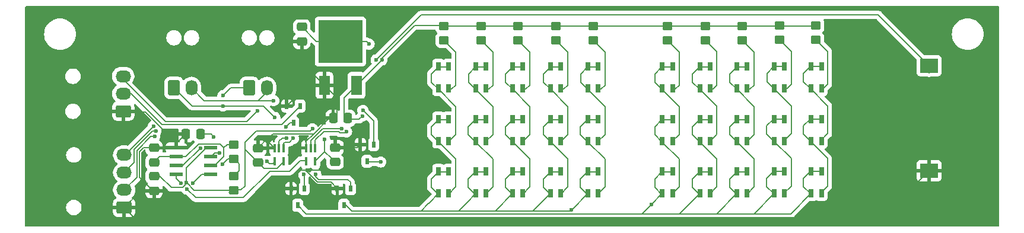
<source format=gbr>
%TF.GenerationSoftware,KiCad,Pcbnew,8.0.9-8.0.9-0~ubuntu25.04.1*%
%TF.CreationDate,2025-05-05T12:51:32-07:00*%
%TF.ProjectId,TSSI,54535349-2e6b-4696-9361-645f70636258,3*%
%TF.SameCoordinates,Original*%
%TF.FileFunction,Copper,L1,Top*%
%TF.FilePolarity,Positive*%
%FSLAX46Y46*%
G04 Gerber Fmt 4.6, Leading zero omitted, Abs format (unit mm)*
G04 Created by KiCad (PCBNEW 8.0.9-8.0.9-0~ubuntu25.04.1) date 2025-05-05 12:51:32*
%MOMM*%
%LPD*%
G01*
G04 APERTURE LIST*
G04 Aperture macros list*
%AMRoundRect*
0 Rectangle with rounded corners*
0 $1 Rounding radius*
0 $2 $3 $4 $5 $6 $7 $8 $9 X,Y pos of 4 corners*
0 Add a 4 corners polygon primitive as box body*
4,1,4,$2,$3,$4,$5,$6,$7,$8,$9,$2,$3,0*
0 Add four circle primitives for the rounded corners*
1,1,$1+$1,$2,$3*
1,1,$1+$1,$4,$5*
1,1,$1+$1,$6,$7*
1,1,$1+$1,$8,$9*
0 Add four rect primitives between the rounded corners*
20,1,$1+$1,$2,$3,$4,$5,0*
20,1,$1+$1,$4,$5,$6,$7,0*
20,1,$1+$1,$6,$7,$8,$9,0*
20,1,$1+$1,$8,$9,$2,$3,0*%
G04 Aperture macros list end*
%TA.AperFunction,SMDPad,CuDef*%
%ADD10RoundRect,0.250000X-0.337500X-0.475000X0.337500X-0.475000X0.337500X0.475000X-0.337500X0.475000X0*%
%TD*%
%TA.AperFunction,SMDPad,CuDef*%
%ADD11RoundRect,0.250000X-0.475000X0.337500X-0.475000X-0.337500X0.475000X-0.337500X0.475000X0.337500X0*%
%TD*%
%TA.AperFunction,SMDPad,CuDef*%
%ADD12R,0.750000X1.150000*%
%TD*%
%TA.AperFunction,SMDPad,CuDef*%
%ADD13RoundRect,0.250000X-0.450000X0.350000X-0.450000X-0.350000X0.450000X-0.350000X0.450000X0.350000X0*%
%TD*%
%TA.AperFunction,ComponentPad*%
%ADD14RoundRect,0.250000X0.850000X0.600000X-0.850000X0.600000X-0.850000X-0.600000X0.850000X-0.600000X0*%
%TD*%
%TA.AperFunction,ComponentPad*%
%ADD15O,2.200000X1.700000*%
%TD*%
%TA.AperFunction,SMDPad,CuDef*%
%ADD16RoundRect,0.250000X0.475000X-0.337500X0.475000X0.337500X-0.475000X0.337500X-0.475000X-0.337500X0*%
%TD*%
%TA.AperFunction,ComponentPad*%
%ADD17RoundRect,0.250000X0.600000X-0.850000X0.600000X0.850000X-0.600000X0.850000X-0.600000X-0.850000X0*%
%TD*%
%TA.AperFunction,ComponentPad*%
%ADD18O,1.700000X2.200000*%
%TD*%
%TA.AperFunction,SMDPad,CuDef*%
%ADD19RoundRect,0.250000X0.337500X0.475000X-0.337500X0.475000X-0.337500X-0.475000X0.337500X-0.475000X0*%
%TD*%
%TA.AperFunction,SMDPad,CuDef*%
%ADD20R,2.500000X2.000000*%
%TD*%
%TA.AperFunction,SMDPad,CuDef*%
%ADD21R,0.558800X0.863600*%
%TD*%
%TA.AperFunction,SMDPad,CuDef*%
%ADD22RoundRect,0.050000X-0.150000X0.545000X-0.150000X-0.545000X0.150000X-0.545000X0.150000X0.545000X0*%
%TD*%
%TA.AperFunction,SMDPad,CuDef*%
%ADD23R,1.981200X0.558800*%
%TD*%
%TA.AperFunction,SMDPad,CuDef*%
%ADD24R,1.500000X2.800000*%
%TD*%
%TA.AperFunction,SMDPad,CuDef*%
%ADD25R,6.300000X6.100000*%
%TD*%
%TA.AperFunction,ViaPad*%
%ADD26C,0.600000*%
%TD*%
%TA.AperFunction,Conductor*%
%ADD27C,0.200000*%
%TD*%
G04 APERTURE END LIST*
D10*
%TO.P,C5,1*%
%TO.N,GND*%
X96712500Y-109500000D03*
%TO.P,C5,2*%
%TO.N,Net-(U3-CV)*%
X98787500Y-109500000D03*
%TD*%
D11*
%TO.P,C2,1*%
%TO.N,+5V*%
X92150000Y-115520000D03*
%TO.P,C2,2*%
%TO.N,GND*%
X92150000Y-117595000D03*
%TD*%
D12*
%TO.P,D8,1,K*%
%TO.N,Net-(D9-A)*%
X144800000Y-107350000D03*
%TO.P,D8,2,K*%
X143350000Y-107350000D03*
%TO.P,D8,3,K*%
X143350000Y-110500000D03*
%TO.P,D8,4,A*%
%TO.N,Net-(D8-A)*%
X144800000Y-110500000D03*
%TD*%
D13*
%TO.P,R11,1*%
%TO.N,+12V*%
X170800000Y-94100000D03*
%TO.P,R11,2*%
%TO.N,Net-(D19-A)*%
X170800000Y-96100000D03*
%TD*%
D12*
%TO.P,D24,1,K*%
%TO.N,/RED_LIGHTS*%
X176800000Y-114850000D03*
%TO.P,D24,2,K*%
X175350000Y-114850000D03*
%TO.P,D24,3,K*%
X175350000Y-118000000D03*
%TO.P,D24,4,A*%
%TO.N,Net-(D24-A)*%
X176800000Y-118000000D03*
%TD*%
%TO.P,D28,1,K*%
%TO.N,Net-(D29-A)*%
X187400000Y-99850000D03*
%TO.P,D28,2,K*%
X185950000Y-99850000D03*
%TO.P,D28,3,K*%
X185950000Y-103000000D03*
%TO.P,D28,4,A*%
%TO.N,Net-(D28-A)*%
X187400000Y-103000000D03*
%TD*%
%TO.P,D5,1,K*%
%TO.N,Net-(D6-A)*%
X139500000Y-107350000D03*
%TO.P,D5,2,K*%
X138050000Y-107350000D03*
%TO.P,D5,3,K*%
X138050000Y-110500000D03*
%TO.P,D5,4,A*%
%TO.N,Net-(D5-A)*%
X139500000Y-110500000D03*
%TD*%
%TO.P,D12,1,K*%
%TO.N,/GREEN_LIGHTS*%
X150150000Y-114850000D03*
%TO.P,D12,2,K*%
X148700000Y-114850000D03*
%TO.P,D12,3,K*%
X148700000Y-118000000D03*
%TO.P,D12,4,A*%
%TO.N,Net-(D12-A)*%
X150150000Y-118000000D03*
%TD*%
%TO.P,D20,1,K*%
%TO.N,Net-(D21-A)*%
X171500000Y-107350000D03*
%TO.P,D20,2,K*%
X170050000Y-107350000D03*
%TO.P,D20,3,K*%
X170050000Y-110500000D03*
%TO.P,D20,4,A*%
%TO.N,Net-(D20-A)*%
X171500000Y-110500000D03*
%TD*%
D11*
%TO.P,C1,1*%
%TO.N,GND*%
X92150000Y-111492500D03*
%TO.P,C1,2*%
%TO.N,Net-(U3-THR)*%
X92150000Y-113567500D03*
%TD*%
D14*
%TO.P,J3,1,Pin_1*%
%TO.N,GND*%
X87750000Y-106250000D03*
D15*
%TO.P,J3,2,Pin_2*%
%TO.N,/RTML_5V*%
X87750000Y-103750000D03*
%TO.P,J3,3,Pin_3*%
%TO.N,/RTDS_SIGNAL*%
X87750000Y-101250000D03*
%TD*%
D16*
%TO.P,C6,1*%
%TO.N,+5V*%
X118000000Y-113500000D03*
%TO.P,C6,2*%
%TO.N,GND*%
X118000000Y-111425000D03*
%TD*%
D12*
%TO.P,D16,1,K*%
%TO.N,Net-(D17-A)*%
X166150000Y-99850000D03*
%TO.P,D16,2,K*%
X164700000Y-99850000D03*
%TO.P,D16,3,K*%
X164700000Y-103000000D03*
%TO.P,D16,4,A*%
%TO.N,Net-(D16-A)*%
X166150000Y-103000000D03*
%TD*%
%TO.P,D11,1,K*%
%TO.N,Net-(D12-A)*%
X150150000Y-107350000D03*
%TO.P,D11,2,K*%
X148700000Y-107350000D03*
%TO.P,D11,3,K*%
X148700000Y-110500000D03*
%TO.P,D11,4,A*%
%TO.N,Net-(D11-A)*%
X150150000Y-110500000D03*
%TD*%
%TO.P,D14,1,K*%
%TO.N,Net-(D15-A)*%
X155500000Y-107350000D03*
%TO.P,D14,2,K*%
X154050000Y-107350000D03*
%TO.P,D14,3,K*%
X154050000Y-110500000D03*
%TO.P,D14,4,A*%
%TO.N,Net-(D14-A)*%
X155500000Y-110500000D03*
%TD*%
D17*
%TO.P,J4,1,Pin_1*%
%TO.N,/RTML_12V*%
X95000000Y-102930000D03*
D18*
%TO.P,J4,2,Pin_2*%
%TO.N,+12V*%
X97500000Y-102930000D03*
%TD*%
D12*
%TO.P,D29,1,K*%
%TO.N,Net-(D30-A)*%
X187400000Y-107350000D03*
%TO.P,D29,2,K*%
X185950000Y-107350000D03*
%TO.P,D29,3,K*%
X185950000Y-110500000D03*
%TO.P,D29,4,A*%
%TO.N,Net-(D29-A)*%
X187400000Y-110500000D03*
%TD*%
%TO.P,D23,1,K*%
%TO.N,Net-(D24-A)*%
X176800000Y-107350000D03*
%TO.P,D23,2,K*%
X175350000Y-107350000D03*
%TO.P,D23,3,K*%
X175350000Y-110500000D03*
%TO.P,D23,4,A*%
%TO.N,Net-(D23-A)*%
X176800000Y-110500000D03*
%TD*%
D19*
%TO.P,C3,1*%
%TO.N,+12V*%
X119787500Y-107250000D03*
%TO.P,C3,2*%
%TO.N,GND*%
X117712500Y-107250000D03*
%TD*%
D12*
%TO.P,D21,1,K*%
%TO.N,/RED_LIGHTS*%
X171500000Y-114850000D03*
%TO.P,D21,2,K*%
X170050000Y-114850000D03*
%TO.P,D21,3,K*%
X170050000Y-118000000D03*
%TO.P,D21,4,A*%
%TO.N,Net-(D21-A)*%
X171500000Y-118000000D03*
%TD*%
D20*
%TO.P,L1,N*%
%TO.N,GND*%
X202750000Y-114750000D03*
%TO.P,L1,P*%
%TO.N,/RTDS_BUZZER*%
X202750000Y-99750000D03*
%TD*%
D12*
%TO.P,D26,1,K*%
%TO.N,Net-(D27-A)*%
X182100000Y-107350000D03*
%TO.P,D26,2,K*%
X180650000Y-107350000D03*
%TO.P,D26,3,K*%
X180650000Y-110500000D03*
%TO.P,D26,4,A*%
%TO.N,Net-(D26-A)*%
X182100000Y-110500000D03*
%TD*%
%TO.P,D30,1,K*%
%TO.N,/RED_LIGHTS*%
X187400000Y-114850000D03*
%TO.P,D30,2,K*%
X185950000Y-114850000D03*
%TO.P,D30,3,K*%
X185950000Y-118000000D03*
%TO.P,D30,4,A*%
%TO.N,Net-(D30-A)*%
X187400000Y-118000000D03*
%TD*%
D21*
%TO.P,CR2,1*%
%TO.N,/RTDS_SIGNAL*%
X123500002Y-111000000D03*
%TO.P,CR2,2*%
%TO.N,GND*%
X121600000Y-111000000D03*
%TO.P,CR2,3*%
%TO.N,/RTDS_BUZZER*%
X122550001Y-113387600D03*
%TD*%
D11*
%TO.P,C4,1*%
%TO.N,+5V*%
X113250000Y-94212500D03*
%TO.P,C4,2*%
%TO.N,GND*%
X113250000Y-96287500D03*
%TD*%
D13*
%TO.P,R14,1*%
%TO.N,+12V*%
X186600000Y-94000000D03*
%TO.P,R14,2*%
%TO.N,Net-(D28-A)*%
X186600000Y-96000000D03*
%TD*%
D12*
%TO.P,D3,1,K*%
%TO.N,/GREEN_LIGHTS*%
X134200000Y-114850000D03*
%TO.P,D3,2,K*%
X132750000Y-114850000D03*
%TO.P,D3,3,K*%
X132750000Y-118000000D03*
%TO.P,D3,4,A*%
%TO.N,Net-(D3-A)*%
X134200000Y-118000000D03*
%TD*%
D21*
%TO.P,CR4,1*%
%TO.N,/RTML_5V*%
X113000000Y-105500000D03*
%TO.P,CR4,2*%
%TO.N,GND*%
X111099998Y-105500000D03*
%TO.P,CR4,3*%
%TO.N,/RTML_12V*%
X112049999Y-107887600D03*
%TD*%
D22*
%TO.P,U1,1*%
%TO.N,/BMS_STATUS*%
X110650000Y-111500000D03*
%TO.P,U1,2*%
%TO.N,/IMD_STATUS*%
X110000000Y-111500000D03*
%TO.P,U1,3,GND*%
%TO.N,GND*%
X109350000Y-111500000D03*
%TO.P,U1,4*%
%TO.N,/GREEN_LIGHT_LOGIC*%
X109350000Y-113420000D03*
%TO.P,U1,5,VCC*%
%TO.N,+5V*%
X110650000Y-113420000D03*
%TD*%
D13*
%TO.P,R7,1*%
%TO.N,+12V*%
X144100000Y-94100000D03*
%TO.P,R7,2*%
%TO.N,Net-(D7-A)*%
X144100000Y-96100000D03*
%TD*%
D23*
%TO.P,U3,1,GND*%
%TO.N,GND*%
X95322400Y-111480000D03*
%TO.P,U3,2,TR*%
%TO.N,Net-(U3-THR)*%
X95322400Y-112750000D03*
%TO.P,U3,3,Q*%
%TO.N,/FLASH_LEDS*%
X95322400Y-114020000D03*
%TO.P,U3,4,R*%
%TO.N,/RED_LIGHT_LOGIC*%
X95322400Y-115290000D03*
%TO.P,U3,5,CV*%
%TO.N,Net-(U3-CV)*%
X100250000Y-115290000D03*
%TO.P,U3,6,THR*%
%TO.N,Net-(U3-THR)*%
X100250000Y-114020000D03*
%TO.P,U3,7,DIS*%
%TO.N,Net-(U3-DIS)*%
X100250000Y-112750000D03*
%TO.P,U3,8,VCC*%
%TO.N,+5V*%
X100250000Y-111480000D03*
%TD*%
D12*
%TO.P,D22,1,K*%
%TO.N,Net-(D23-A)*%
X176800000Y-99850000D03*
%TO.P,D22,2,K*%
X175350000Y-99850000D03*
%TO.P,D22,3,K*%
X175350000Y-103000000D03*
%TO.P,D22,4,A*%
%TO.N,Net-(D22-A)*%
X176800000Y-103000000D03*
%TD*%
%TO.P,D1,1,K*%
%TO.N,Net-(D2-A)*%
X134200000Y-99850000D03*
%TO.P,D1,2,K*%
X132750000Y-99850000D03*
%TO.P,D1,3,K*%
X132750000Y-103000000D03*
%TO.P,D1,4,A*%
%TO.N,Net-(D1-A)*%
X134200000Y-103000000D03*
%TD*%
%TO.P,D27,1,K*%
%TO.N,/RED_LIGHTS*%
X182100000Y-114850000D03*
%TO.P,D27,2,K*%
X180650000Y-114850000D03*
%TO.P,D27,3,K*%
X180650000Y-118000000D03*
%TO.P,D27,4,A*%
%TO.N,Net-(D27-A)*%
X182100000Y-118000000D03*
%TD*%
%TO.P,D6,1,K*%
%TO.N,/GREEN_LIGHTS*%
X139500000Y-114850000D03*
%TO.P,D6,2,K*%
X138050000Y-114850000D03*
%TO.P,D6,3,K*%
X138050000Y-118000000D03*
%TO.P,D6,4,A*%
%TO.N,Net-(D6-A)*%
X139500000Y-118000000D03*
%TD*%
%TO.P,D17,1,K*%
%TO.N,Net-(D18-A)*%
X166150000Y-107350000D03*
%TO.P,D17,2,K*%
X164700000Y-107350000D03*
%TO.P,D17,3,K*%
X164700000Y-110500000D03*
%TO.P,D17,4,A*%
%TO.N,Net-(D17-A)*%
X166150000Y-110500000D03*
%TD*%
D14*
%TO.P,J1,1,Pin_1*%
%TO.N,GND*%
X87890000Y-120000000D03*
D15*
%TO.P,J1,2,Pin_2*%
%TO.N,+12V*%
X87890000Y-117500000D03*
%TO.P,J1,3,Pin_3*%
%TO.N,/BMS_STATUS*%
X87890000Y-115000000D03*
%TO.P,J1,4,Pin_4*%
%TO.N,/IMD_STATUS*%
X87890000Y-112500000D03*
%TD*%
D12*
%TO.P,D18,1,K*%
%TO.N,/RED_LIGHTS*%
X166150000Y-114850000D03*
%TO.P,D18,2,K*%
X164700000Y-114850000D03*
%TO.P,D18,3,K*%
X164700000Y-118000000D03*
%TO.P,D18,4,A*%
%TO.N,Net-(D18-A)*%
X166150000Y-118000000D03*
%TD*%
D21*
%TO.P,CR3,1*%
%TO.N,/GREEN_LIGHT_LOGIC*%
X120200002Y-117306200D03*
%TO.P,CR3,2*%
%TO.N,GND*%
X118300000Y-117306200D03*
%TO.P,CR3,3*%
%TO.N,/GREEN_LIGHTS*%
X119250001Y-119693800D03*
%TD*%
D12*
%TO.P,D2,1,K*%
%TO.N,Net-(D3-A)*%
X134200000Y-107350000D03*
%TO.P,D2,2,K*%
X132750000Y-107350000D03*
%TO.P,D2,3,K*%
X132750000Y-110500000D03*
%TO.P,D2,4,A*%
%TO.N,Net-(D2-A)*%
X134200000Y-110500000D03*
%TD*%
D13*
%TO.P,R4,1*%
%TO.N,Net-(U3-DIS)*%
X103500000Y-115520000D03*
%TO.P,R4,2*%
%TO.N,+5V*%
X103500000Y-117520000D03*
%TD*%
D17*
%TO.P,J2,1,Pin_1*%
%TO.N,/RTML_12V*%
X105750000Y-102930000D03*
D18*
%TO.P,J2,2,Pin_2*%
%TO.N,+12V*%
X108250000Y-102930000D03*
%TD*%
D13*
%TO.P,R9,1*%
%TO.N,+12V*%
X154800000Y-94100000D03*
%TO.P,R9,2*%
%TO.N,Net-(D13-A)*%
X154800000Y-96100000D03*
%TD*%
%TO.P,R13,1*%
%TO.N,+12V*%
X181400000Y-94000000D03*
%TO.P,R13,2*%
%TO.N,Net-(D25-A)*%
X181400000Y-96000000D03*
%TD*%
%TO.P,R6,1*%
%TO.N,+12V*%
X138800000Y-94100000D03*
%TO.P,R6,2*%
%TO.N,Net-(D4-A)*%
X138800000Y-96100000D03*
%TD*%
D12*
%TO.P,D7,1,K*%
%TO.N,Net-(D8-A)*%
X144800000Y-99850000D03*
%TO.P,D7,2,K*%
X143350000Y-99850000D03*
%TO.P,D7,3,K*%
X143350000Y-103000000D03*
%TO.P,D7,4,A*%
%TO.N,Net-(D7-A)*%
X144800000Y-103000000D03*
%TD*%
%TO.P,D10,1,K*%
%TO.N,Net-(D11-A)*%
X150150000Y-99850000D03*
%TO.P,D10,2,K*%
X148700000Y-99850000D03*
%TO.P,D10,3,K*%
X148700000Y-103000000D03*
%TO.P,D10,4,A*%
%TO.N,Net-(D10-A)*%
X150150000Y-103000000D03*
%TD*%
D22*
%TO.P,U2,1*%
%TO.N,/BMS_STATUS*%
X115150000Y-111500000D03*
%TO.P,U2,2*%
%TO.N,/IMD_STATUS*%
X114500000Y-111500000D03*
%TO.P,U2,3,GND*%
%TO.N,GND*%
X113850000Y-111500000D03*
%TO.P,U2,4*%
%TO.N,/RED_LIGHT_LOGIC*%
X113850000Y-113420000D03*
%TO.P,U2,5,VCC*%
%TO.N,+5V*%
X115150000Y-113420000D03*
%TD*%
D24*
%TO.P,U4,1,GND/ADJ*%
%TO.N,GND*%
X116464000Y-102550000D03*
D25*
%TO.P,U4,2,OUT*%
%TO.N,+5V*%
X118750000Y-96300000D03*
D24*
%TO.P,U4,3,IN*%
%TO.N,+12V*%
X121036000Y-102550000D03*
%TD*%
D16*
%TO.P,C7,1*%
%TO.N,+5V*%
X107000000Y-113575000D03*
%TO.P,C7,2*%
%TO.N,GND*%
X107000000Y-111500000D03*
%TD*%
D13*
%TO.P,R3,1*%
%TO.N,Net-(U3-THR)*%
X103500000Y-111020000D03*
%TO.P,R3,2*%
%TO.N,Net-(U3-DIS)*%
X103500000Y-113020000D03*
%TD*%
%TO.P,R8,1*%
%TO.N,+12V*%
X149500000Y-94100000D03*
%TO.P,R8,2*%
%TO.N,Net-(D10-A)*%
X149500000Y-96100000D03*
%TD*%
D12*
%TO.P,D15,1,K*%
%TO.N,/GREEN_LIGHTS*%
X155500000Y-114850000D03*
%TO.P,D15,2,K*%
X154050000Y-114850000D03*
%TO.P,D15,3,K*%
X154050000Y-118000000D03*
%TO.P,D15,4,A*%
%TO.N,Net-(D15-A)*%
X155500000Y-118000000D03*
%TD*%
%TO.P,D25,1,K*%
%TO.N,Net-(D26-A)*%
X182100000Y-99850000D03*
%TO.P,D25,2,K*%
X180650000Y-99850000D03*
%TO.P,D25,3,K*%
X180650000Y-103000000D03*
%TO.P,D25,4,A*%
%TO.N,Net-(D25-A)*%
X182100000Y-103000000D03*
%TD*%
%TO.P,D9,1,K*%
%TO.N,/GREEN_LIGHTS*%
X144800000Y-114850000D03*
%TO.P,D9,2,K*%
X143350000Y-114850000D03*
%TO.P,D9,3,K*%
X143350000Y-118000000D03*
%TO.P,D9,4,A*%
%TO.N,Net-(D9-A)*%
X144800000Y-118000000D03*
%TD*%
%TO.P,D19,1,K*%
%TO.N,Net-(D20-A)*%
X171500000Y-99850000D03*
%TO.P,D19,2,K*%
X170050000Y-99850000D03*
%TO.P,D19,3,K*%
X170050000Y-103000000D03*
%TO.P,D19,4,A*%
%TO.N,Net-(D19-A)*%
X171500000Y-103000000D03*
%TD*%
D13*
%TO.P,R10,1*%
%TO.N,+12V*%
X165400000Y-94100000D03*
%TO.P,R10,2*%
%TO.N,Net-(D16-A)*%
X165400000Y-96100000D03*
%TD*%
%TO.P,R12,1*%
%TO.N,+12V*%
X176100000Y-94100000D03*
%TO.P,R12,2*%
%TO.N,Net-(D22-A)*%
X176100000Y-96100000D03*
%TD*%
D12*
%TO.P,D4,1,K*%
%TO.N,Net-(D5-A)*%
X139500000Y-99850000D03*
%TO.P,D4,2,K*%
X138050000Y-99850000D03*
%TO.P,D4,3,K*%
X138050000Y-103000000D03*
%TO.P,D4,4,A*%
%TO.N,Net-(D4-A)*%
X139500000Y-103000000D03*
%TD*%
D13*
%TO.P,R5,1*%
%TO.N,+12V*%
X133500000Y-94100000D03*
%TO.P,R5,2*%
%TO.N,Net-(D1-A)*%
X133500000Y-96100000D03*
%TD*%
D21*
%TO.P,CR1,1*%
%TO.N,/FLASH_LEDS*%
X113600000Y-117300000D03*
%TO.P,CR1,2*%
%TO.N,GND*%
X111699998Y-117300000D03*
%TO.P,CR1,3*%
%TO.N,/RED_LIGHTS*%
X112649999Y-119687600D03*
%TD*%
D12*
%TO.P,D13,1,K*%
%TO.N,Net-(D14-A)*%
X155500000Y-99850000D03*
%TO.P,D13,2,K*%
X154050000Y-99850000D03*
%TO.P,D13,3,K*%
X154050000Y-103000000D03*
%TO.P,D13,4,A*%
%TO.N,Net-(D13-A)*%
X155500000Y-103000000D03*
%TD*%
D26*
%TO.N,/RED_LIGHTS*%
X163150000Y-119550000D03*
%TO.N,/GREEN_LIGHTS*%
X151675000Y-120300000D03*
%TO.N,GND*%
X108500000Y-110114254D03*
X93500000Y-109000000D03*
X114046015Y-114690456D03*
%TO.N,Net-(U3-CV)*%
X100682943Y-109900000D03*
X97691723Y-116522394D03*
%TO.N,+12V*%
X92234906Y-109871194D03*
X109224265Y-104724265D03*
X124675945Y-98924057D03*
X121872574Y-106936808D03*
%TO.N,+5V*%
X96779555Y-116478314D03*
X122836074Y-96663926D03*
X116500000Y-110300000D03*
X114750000Y-108750000D03*
%TO.N,/FLASH_LEDS*%
X113523617Y-115296348D03*
X98759400Y-111522071D03*
%TO.N,/RTDS_BUZZER*%
X124500000Y-113500000D03*
X123850000Y-98901472D03*
%TO.N,/RTDS_SIGNAL*%
X106925000Y-106175000D03*
X121965544Y-106142228D03*
%TO.N,/RED_LIGHT_LOGIC*%
X96844682Y-117372412D03*
X95981800Y-116538235D03*
%TO.N,/GREEN_LIGHT_LOGIC*%
X108300000Y-113400000D03*
X115224265Y-115275735D03*
%TO.N,/IMD_STATUS*%
X111072431Y-110068547D03*
X92064807Y-108375836D03*
X118950000Y-108750000D03*
%TO.N,/BMS_STATUS*%
X119615682Y-109193701D03*
X112034510Y-110134509D03*
X92419680Y-109092822D03*
%TO.N,Net-(U3-DIS)*%
X101520000Y-112174051D03*
X101936397Y-113782132D03*
%TO.N,/RTML_12V*%
X111000000Y-108468547D03*
X102000000Y-105500000D03*
X102000000Y-104000000D03*
X109375000Y-107125000D03*
%TD*%
D27*
%TO.N,/RED_LIGHTS*%
X174300000Y-115950000D02*
X175300000Y-114950000D01*
X179600000Y-115850000D02*
X180600000Y-114850000D01*
X183050000Y-120900000D02*
X177100000Y-120900000D01*
X172450000Y-120900000D02*
X175350000Y-118000000D01*
X182050000Y-114850000D02*
X180600000Y-114850000D01*
X167150000Y-120900000D02*
X170050000Y-118000000D01*
X175300000Y-118100000D02*
X174300000Y-117100000D01*
X179600000Y-117000000D02*
X179600000Y-115850000D01*
X185800000Y-118000000D02*
X184800000Y-117000000D01*
X167150000Y-120900000D02*
X172450000Y-120900000D01*
X161800000Y-120900000D02*
X167150000Y-120900000D01*
X185950000Y-118000000D02*
X183050000Y-120900000D01*
X184800000Y-117000000D02*
X184800000Y-115850000D01*
X180600000Y-118000000D02*
X179600000Y-117000000D01*
X180650000Y-118000000D02*
X177750000Y-120900000D01*
X168975000Y-115950000D02*
X169975000Y-114950000D01*
X112649999Y-119687600D02*
X113862399Y-120900000D01*
X168975000Y-117100000D02*
X168975000Y-115950000D01*
X163600000Y-115950000D02*
X164600000Y-114950000D01*
X164600000Y-118100000D02*
X163600000Y-117100000D01*
X163150000Y-119550000D02*
X161800000Y-120900000D01*
X177750000Y-120900000D02*
X172100000Y-120900000D01*
X163150000Y-119550000D02*
X164700000Y-118000000D01*
X163600000Y-117100000D02*
X163600000Y-115950000D01*
X166050000Y-114950000D02*
X164600000Y-114950000D01*
X113862399Y-120900000D02*
X161800000Y-120900000D01*
X176750000Y-114950000D02*
X175300000Y-114950000D01*
X184800000Y-115850000D02*
X185800000Y-114850000D01*
X169975000Y-118100000D02*
X168975000Y-117100000D01*
X187250000Y-114850000D02*
X185800000Y-114850000D01*
X171425000Y-114950000D02*
X169975000Y-114950000D01*
X174300000Y-117100000D02*
X174300000Y-115950000D01*
%TO.N,/GREEN_LIGHTS*%
X140875000Y-120475000D02*
X143350000Y-118000000D01*
X136762400Y-119287600D02*
X135575000Y-120475000D01*
X135550000Y-120500000D02*
X120362401Y-120500000D01*
X147700000Y-117100000D02*
X147700000Y-115950000D01*
X138000000Y-118100000D02*
X137000000Y-117100000D01*
X151750000Y-120300000D02*
X154050000Y-118000000D01*
X130250000Y-120500000D02*
X131225000Y-119525000D01*
X150150000Y-114950000D02*
X148700000Y-114950000D01*
X131700000Y-117100000D02*
X131700000Y-115950000D01*
X148700000Y-118100000D02*
X147700000Y-117100000D01*
X131225000Y-119525000D02*
X131462400Y-119287600D01*
X147700000Y-115950000D02*
X148700000Y-114950000D01*
X132700000Y-118100000D02*
X131700000Y-117100000D01*
X154000000Y-118100000D02*
X153000000Y-117100000D01*
X142300000Y-115950000D02*
X143300000Y-114950000D01*
X131700000Y-115950000D02*
X132700000Y-114950000D01*
X143300000Y-118100000D02*
X142300000Y-117100000D01*
X139450000Y-114950000D02*
X138000000Y-114950000D01*
X135575000Y-120475000D02*
X135550000Y-120500000D01*
X153000000Y-117100000D02*
X153000000Y-115950000D01*
X137000000Y-117100000D02*
X137000000Y-115950000D01*
X151475000Y-120500000D02*
X135550000Y-120500000D01*
X153000000Y-115950000D02*
X154000000Y-114950000D01*
X131462400Y-119287600D02*
X132750000Y-118000000D01*
X134150000Y-114950000D02*
X132700000Y-114950000D01*
X142300000Y-117100000D02*
X142300000Y-115950000D01*
X137000000Y-115950000D02*
X138000000Y-114950000D01*
X148700000Y-118000000D02*
X146250000Y-120450000D01*
X155450000Y-114950000D02*
X154000000Y-114950000D01*
X151675000Y-120300000D02*
X151475000Y-120500000D01*
X120362401Y-120500000D02*
X119250001Y-119387600D01*
X138050000Y-118000000D02*
X136762400Y-119287600D01*
X151675000Y-120300000D02*
X151750000Y-120300000D01*
X144750000Y-114950000D02*
X143300000Y-114950000D01*
%TO.N,GND*%
X88137258Y-105862742D02*
X87750000Y-106250000D01*
X118824265Y-114675735D02*
X121600000Y-111900000D01*
X117712500Y-107250000D02*
X117150000Y-107250000D01*
X87872672Y-106372672D02*
X87750000Y-106250000D01*
X116464000Y-102550000D02*
X118250000Y-104336000D01*
X108500000Y-110114254D02*
X108385746Y-110114254D01*
X90627328Y-106372672D02*
X90500000Y-106372672D01*
X91995000Y-117595000D02*
X92150000Y-117595000D01*
X95322400Y-110890100D02*
X95322400Y-111480000D01*
X117712500Y-107250000D02*
X117712500Y-107287500D01*
X90910172Y-106372672D02*
X95322400Y-110784900D01*
X111699998Y-116088035D02*
X111699998Y-117300000D01*
X121600000Y-111900000D02*
X121600000Y-111000000D01*
X113850000Y-111350000D02*
X113850000Y-110550000D01*
X92150000Y-110982500D02*
X92150000Y-111492500D01*
X92150000Y-111492500D02*
X95309900Y-111492500D01*
X90090000Y-112047701D02*
X90090000Y-115690000D01*
X90627328Y-106372672D02*
X90910172Y-106372672D01*
X113097577Y-114690456D02*
X111699998Y-116088035D01*
X117393800Y-116400000D02*
X118300000Y-117306200D01*
X96712500Y-109500000D02*
X95322400Y-110890100D01*
X115500000Y-116400000D02*
X117393800Y-116400000D01*
X108500000Y-110650000D02*
X109350000Y-111500000D01*
X87890000Y-120000000D02*
X90295000Y-117595000D01*
X95309900Y-111492500D02*
X95322400Y-111480000D01*
X113850000Y-110550000D02*
X114931453Y-109468547D01*
X114046015Y-114690456D02*
X114060736Y-114675735D01*
X90645201Y-111492500D02*
X90090000Y-112047701D01*
X111099998Y-105500000D02*
X114049998Y-102550000D01*
X92075000Y-117595000D02*
X92150000Y-117595000D01*
X90500000Y-106372672D02*
X87872672Y-106372672D01*
X113250000Y-99336000D02*
X116464000Y-102550000D01*
X118250000Y-106712500D02*
X117712500Y-107250000D01*
X113250000Y-96287500D02*
X113250000Y-99336000D01*
X121175000Y-111425000D02*
X121600000Y-111000000D01*
X118000000Y-111425000D02*
X121175000Y-111425000D01*
X118100000Y-107637500D02*
X117712500Y-107250000D01*
X109145707Y-109468547D02*
X114931453Y-109468547D01*
X114049998Y-102550000D02*
X116464000Y-102550000D01*
X108500000Y-110114254D02*
X109145707Y-109468547D01*
X114046015Y-114690456D02*
X113097577Y-114690456D01*
X92150000Y-111492500D02*
X90645201Y-111492500D01*
X108500000Y-110114254D02*
X108500000Y-110650000D01*
X90090000Y-115690000D02*
X91995000Y-117595000D01*
X114046015Y-114690456D02*
X114046015Y-114946015D01*
X108385746Y-110114254D02*
X107000000Y-111500000D01*
X90295000Y-117595000D02*
X92150000Y-117595000D01*
X202750000Y-114750000D02*
X196100000Y-121400000D01*
X114046015Y-114946015D02*
X115500000Y-116400000D01*
X117150000Y-107250000D02*
X114931453Y-109468547D01*
X95322400Y-110784900D02*
X95322400Y-111480000D01*
X114060736Y-114675735D02*
X118824265Y-114675735D01*
X118250000Y-104336000D02*
X118250000Y-106712500D01*
X89290000Y-121400000D02*
X87890000Y-120000000D01*
X196100000Y-121400000D02*
X89290000Y-121400000D01*
%TO.N,Net-(U3-THR)*%
X100961200Y-114020000D02*
X100250000Y-114020000D01*
X101540600Y-110900600D02*
X98532341Y-110900600D01*
X102580000Y-111020000D02*
X102120000Y-111480000D01*
X102120000Y-112750000D02*
X102120000Y-111480000D01*
X92150000Y-113567500D02*
X92967500Y-112750000D01*
X100850000Y-114020000D02*
X102120000Y-112750000D01*
X100250000Y-114020000D02*
X99650000Y-114020000D01*
X100250000Y-114020000D02*
X100850000Y-114020000D01*
X92660000Y-113567500D02*
X92660000Y-114030000D01*
X98532341Y-110900600D02*
X96682941Y-112750000D01*
X102120000Y-111480000D02*
X101540600Y-110900600D01*
X92967500Y-112750000D02*
X95322400Y-112750000D01*
X103150000Y-111020000D02*
X102580000Y-111020000D01*
X96682941Y-112750000D02*
X95322400Y-112750000D01*
%TO.N,Net-(U3-CV)*%
X97691723Y-116522394D02*
X98964117Y-115250000D01*
X100282943Y-109500000D02*
X98787500Y-109500000D01*
X98964117Y-115250000D02*
X100210000Y-115250000D01*
X100682943Y-109900000D02*
X100282943Y-109500000D01*
X100210000Y-115250000D02*
X100250000Y-115290000D01*
%TO.N,+12V*%
X121036000Y-102550000D02*
X121036000Y-101964000D01*
X89690000Y-111882015D02*
X89690000Y-115700000D01*
X121036000Y-102550000D02*
X119250000Y-104336000D01*
X121409382Y-107400000D02*
X119937500Y-107400000D01*
X107000000Y-104750000D02*
X108250000Y-103500000D01*
X99320000Y-104750000D02*
X97500000Y-102930000D01*
X129317158Y-94000000D02*
X124675945Y-98641213D01*
X133400000Y-94000000D02*
X129317158Y-94000000D01*
X109224265Y-104724265D02*
X109198530Y-104750000D01*
X124675945Y-98641213D02*
X124675945Y-98924057D01*
X133500000Y-94100000D02*
X186500000Y-94100000D01*
X89690000Y-115700000D02*
X87890000Y-117500000D01*
X107000000Y-104750000D02*
X99320000Y-104750000D01*
X108250000Y-103750000D02*
X108250000Y-102930000D01*
X121872574Y-106936808D02*
X121409382Y-107400000D01*
X92234906Y-109871194D02*
X91700821Y-109871194D01*
X109198530Y-104750000D02*
X107000000Y-104750000D01*
X186500000Y-94100000D02*
X186600000Y-94000000D01*
X119250000Y-106712500D02*
X119787500Y-107250000D01*
X121050000Y-102550000D02*
X121036000Y-102550000D01*
X119250000Y-104336000D02*
X119250000Y-106712500D01*
X91700821Y-109871194D02*
X89690000Y-111882015D01*
X133500000Y-94100000D02*
X133400000Y-94000000D01*
X124675943Y-98924057D02*
X121050000Y-102550000D01*
X108250000Y-103500000D02*
X108250000Y-102930000D01*
X119937500Y-107400000D02*
X119787500Y-107250000D01*
%TO.N,+5V*%
X122836074Y-96663926D02*
X122472148Y-96300000D01*
X96779555Y-116478314D02*
X96779555Y-114350445D01*
X117500000Y-113000000D02*
X117480000Y-113000000D01*
X105100000Y-110700000D02*
X105100000Y-116950000D01*
X118750000Y-96300000D02*
X115337500Y-96300000D01*
X96581800Y-116786764D02*
X96230329Y-117138235D01*
X105100000Y-111675000D02*
X107825000Y-114400000D01*
X106731453Y-109068547D02*
X105100000Y-110700000D01*
X105100000Y-110700000D02*
X105100000Y-111675000D01*
X94598235Y-117138235D02*
X92980000Y-115520000D01*
X118000000Y-113500000D02*
X117500000Y-113000000D01*
X117480000Y-113000000D02*
X116500000Y-112020000D01*
X92980000Y-115520000D02*
X92150000Y-115520000D01*
X114750000Y-108750000D02*
X114431453Y-109068547D01*
X96779555Y-116478314D02*
X96799113Y-116478314D01*
X96799113Y-116478314D02*
X97840799Y-117520000D01*
X122472148Y-96300000D02*
X118750000Y-96300000D01*
X97840799Y-117520000D02*
X103500000Y-117520000D01*
X107825000Y-114400000D02*
X109742500Y-114400000D01*
X96230329Y-117138235D02*
X94598235Y-117138235D01*
X105100000Y-116950000D02*
X104550000Y-117500000D01*
X103570000Y-117500000D02*
X103550000Y-117520000D01*
X96779555Y-116478314D02*
X96581800Y-116676069D01*
X104550000Y-117500000D02*
X103570000Y-117500000D01*
X109742500Y-114400000D02*
X110750000Y-113392500D01*
X99650000Y-111480000D02*
X100250000Y-111480000D01*
X103150000Y-117520000D02*
X102867157Y-117802843D01*
X99690000Y-111480000D02*
X100250000Y-111480000D01*
X115337500Y-96300000D02*
X113250000Y-94212500D01*
X116500000Y-112020000D02*
X115200000Y-113320000D01*
X116500000Y-110300000D02*
X116500000Y-112020000D01*
X96581800Y-116676069D02*
X96581800Y-116786764D01*
X96779555Y-114350445D02*
X99650000Y-111480000D01*
X114431453Y-109068547D02*
X106731453Y-109068547D01*
%TO.N,/FLASH_LEDS*%
X96261471Y-114020000D02*
X95322400Y-114020000D01*
X113600000Y-115372731D02*
X113600000Y-117300000D01*
X113523617Y-115296348D02*
X113600000Y-115372731D01*
X98759400Y-111522071D02*
X96261471Y-114020000D01*
%TO.N,/RTDS_BUZZER*%
X130251472Y-92500000D02*
X195500000Y-92500000D01*
X123850000Y-98901472D02*
X130251472Y-92500000D01*
X195500000Y-92500000D02*
X202750000Y-99750000D01*
X122550001Y-113587600D02*
X122437601Y-113700000D01*
X124500000Y-113500000D02*
X122662401Y-113500000D01*
X122662401Y-113500000D02*
X122550001Y-113387600D01*
X202750000Y-99750000D02*
X202750000Y-100750000D01*
%TO.N,/RTDS_SIGNAL*%
X106925000Y-106175000D02*
X105350000Y-107750000D01*
X121965544Y-106142228D02*
X123500002Y-107676686D01*
X105350000Y-107750000D02*
X93750000Y-107750000D01*
X93750000Y-107750000D02*
X87750000Y-101750000D01*
X123500002Y-107676686D02*
X123500002Y-111200000D01*
X87750000Y-101750000D02*
X87750000Y-101250000D01*
%TO.N,/RED_LIGHT_LOGIC*%
X104900000Y-118600000D02*
X98072270Y-118600000D01*
X111520000Y-114800000D02*
X108700000Y-114800000D01*
X98072270Y-118600000D02*
X96844682Y-117372412D01*
X113000000Y-113320000D02*
X111520000Y-114800000D01*
X113900000Y-113320000D02*
X113000000Y-113320000D01*
X108700000Y-114800000D02*
X104900000Y-118600000D01*
X95322400Y-115878835D02*
X95322400Y-115290000D01*
X95981800Y-116538235D02*
X95322400Y-115878835D01*
%TO.N,/GREEN_LIGHT_LOGIC*%
X120200000Y-116400000D02*
X120200000Y-117306198D01*
X115665686Y-116000000D02*
X119800000Y-116000000D01*
X115224265Y-115558579D02*
X115665686Y-116000000D01*
X119800000Y-116000000D02*
X120200000Y-116400000D01*
X109450000Y-113392500D02*
X109142500Y-113700000D01*
X120200000Y-117306198D02*
X120200002Y-117306200D01*
X108600000Y-113700000D02*
X108300000Y-113400000D01*
X115224265Y-115275735D02*
X115224265Y-115558579D01*
X109142500Y-113700000D02*
X108600000Y-113700000D01*
%TO.N,/IMD_STATUS*%
X114500000Y-110465686D02*
X114500000Y-111500000D01*
X110000000Y-110500000D02*
X110000000Y-111500000D01*
X88540000Y-111850000D02*
X87890000Y-112500000D01*
X116215686Y-108750000D02*
X114500000Y-110465686D01*
X110431453Y-110068547D02*
X110000000Y-110500000D01*
X118950000Y-108750000D02*
X116215686Y-108750000D01*
X88590643Y-111850000D02*
X88540000Y-111850000D01*
X111072431Y-110068547D02*
X110431453Y-110068547D01*
X92064807Y-108375836D02*
X88590643Y-111850000D01*
%TO.N,/BMS_STATUS*%
X110831453Y-110668547D02*
X110650000Y-110850000D01*
X111500472Y-110668547D02*
X110831453Y-110668547D01*
X118701471Y-109350000D02*
X118501471Y-109150000D01*
X89290000Y-113600000D02*
X87890000Y-115000000D01*
X89290000Y-111716329D02*
X89290000Y-113600000D01*
X112034510Y-110134509D02*
X111500472Y-110668547D01*
X119459383Y-109350000D02*
X118701471Y-109350000D01*
X119615682Y-109193701D02*
X119459383Y-109350000D01*
X112034510Y-110134509D02*
X111865491Y-110134509D01*
X91913507Y-109092822D02*
X89290000Y-111716329D01*
X92419680Y-109092822D02*
X91913507Y-109092822D01*
X118501471Y-109150000D02*
X116381372Y-109150000D01*
X115150000Y-110381372D02*
X115150000Y-111500000D01*
X116381372Y-109150000D02*
X115150000Y-110381372D01*
X110650000Y-110850000D02*
X110650000Y-111500000D01*
%TO.N,Net-(U3-DIS)*%
X103500000Y-113020000D02*
X104250000Y-113770000D01*
X104250000Y-114770000D02*
X103500000Y-115520000D01*
X101520000Y-112174051D02*
X100825949Y-112174051D01*
X101936397Y-113782132D02*
X102698529Y-113020000D01*
X102698529Y-113020000D02*
X103500000Y-113020000D01*
X100825949Y-112174051D02*
X100250000Y-112750000D01*
X104250000Y-113770000D02*
X104250000Y-114770000D01*
%TO.N,/RTML_5V*%
X113000000Y-105500000D02*
X110350000Y-108150000D01*
X110350000Y-108150000D02*
X93253186Y-108150000D01*
X93253186Y-108150000D02*
X88853186Y-103750000D01*
X88853186Y-103750000D02*
X87750000Y-103750000D01*
%TO.N,/RTML_12V*%
X111580947Y-107887600D02*
X111000000Y-108468547D01*
X105350000Y-102530000D02*
X105750000Y-102930000D01*
X103070000Y-102930000D02*
X102000000Y-104000000D01*
X102000000Y-105500000D02*
X97570000Y-105500000D01*
X97570000Y-105500000D02*
X95000000Y-102930000D01*
X107750000Y-105500000D02*
X109375000Y-107125000D01*
X112049999Y-107887600D02*
X111580947Y-107887600D01*
X102000000Y-105500000D02*
X107750000Y-105500000D01*
X105750000Y-102930000D02*
X103070000Y-102930000D01*
%TO.N,Net-(D2-A)*%
X132700000Y-103100000D02*
X135200000Y-105600000D01*
X132700000Y-103100000D02*
X131725000Y-102125000D01*
X131725000Y-102125000D02*
X131725000Y-100925000D01*
X135200000Y-109550000D02*
X134150000Y-110600000D01*
X135200000Y-105600000D02*
X135200000Y-109550000D01*
X134150000Y-99950000D02*
X132700000Y-99950000D01*
X131725000Y-100925000D02*
X132700000Y-99950000D01*
%TO.N,Net-(D1-A)*%
X135200000Y-102525000D02*
X134625000Y-103100000D01*
X135200000Y-97800000D02*
X135200000Y-102525000D01*
X134625000Y-103100000D02*
X134150000Y-103100000D01*
X133500000Y-96100000D02*
X135200000Y-97800000D01*
X133500000Y-96100000D02*
X133950000Y-96100000D01*
%TO.N,Net-(D3-A)*%
X135200000Y-117050000D02*
X134150000Y-118100000D01*
X132700000Y-110600000D02*
X135200000Y-113100000D01*
X131700000Y-109600000D02*
X131700000Y-108450000D01*
X135200000Y-113100000D02*
X135200000Y-117050000D01*
X131700000Y-108450000D02*
X132700000Y-107450000D01*
X134150000Y-107450000D02*
X132700000Y-107450000D01*
X132700000Y-110600000D02*
X131700000Y-109600000D01*
%TO.N,Net-(D5-A)*%
X138000000Y-103100000D02*
X137025000Y-102125000D01*
X137025000Y-102125000D02*
X137025000Y-100925000D01*
X139450000Y-99950000D02*
X138000000Y-99950000D01*
X140500000Y-109550000D02*
X139450000Y-110600000D01*
X137025000Y-100925000D02*
X138000000Y-99950000D01*
X138000000Y-103100000D02*
X140500000Y-105600000D01*
X140500000Y-105600000D02*
X140500000Y-109550000D01*
%TO.N,Net-(D4-A)*%
X140500000Y-97800000D02*
X140500000Y-102525000D01*
X138800000Y-96100000D02*
X140500000Y-97800000D01*
X140500000Y-102525000D02*
X139925000Y-103100000D01*
X139925000Y-103100000D02*
X139450000Y-103100000D01*
X138800000Y-96100000D02*
X139250000Y-96100000D01*
%TO.N,Net-(D6-A)*%
X139450000Y-107450000D02*
X138000000Y-107450000D01*
X137000000Y-108450000D02*
X138000000Y-107450000D01*
X140500000Y-113100000D02*
X140500000Y-117050000D01*
X140500000Y-117050000D02*
X139450000Y-118100000D01*
X137000000Y-109600000D02*
X137000000Y-108450000D01*
X138000000Y-110600000D02*
X140500000Y-113100000D01*
X138000000Y-110600000D02*
X137000000Y-109600000D01*
%TO.N,Net-(D7-A)*%
X145225000Y-103100000D02*
X144750000Y-103100000D01*
X145800000Y-97800000D02*
X145800000Y-102525000D01*
X144100000Y-96100000D02*
X145800000Y-97800000D01*
X145800000Y-102525000D02*
X145225000Y-103100000D01*
X144100000Y-96100000D02*
X144550000Y-96100000D01*
%TO.N,Net-(D8-A)*%
X145800000Y-109550000D02*
X144750000Y-110600000D01*
X142325000Y-100925000D02*
X143300000Y-99950000D01*
X143300000Y-103100000D02*
X142325000Y-102125000D01*
X143300000Y-103100000D02*
X145800000Y-105600000D01*
X142325000Y-102125000D02*
X142325000Y-100925000D01*
X145800000Y-105600000D02*
X145800000Y-109550000D01*
X144750000Y-99950000D02*
X143300000Y-99950000D01*
%TO.N,Net-(D9-A)*%
X143300000Y-110600000D02*
X142300000Y-109600000D01*
X145800000Y-113100000D02*
X145800000Y-117050000D01*
X143300000Y-110600000D02*
X145800000Y-113100000D01*
X142300000Y-108450000D02*
X143300000Y-107450000D01*
X145800000Y-117050000D02*
X144750000Y-118100000D01*
X144750000Y-107450000D02*
X143300000Y-107450000D01*
X142300000Y-109600000D02*
X142300000Y-108450000D01*
%TO.N,Net-(D11-A)*%
X148700000Y-103100000D02*
X151200000Y-105600000D01*
X148700000Y-103100000D02*
X147725000Y-102125000D01*
X150150000Y-99950000D02*
X148700000Y-99950000D01*
X147725000Y-100925000D02*
X148700000Y-99950000D01*
X147725000Y-102125000D02*
X147725000Y-100925000D01*
X151200000Y-105600000D02*
X151200000Y-109550000D01*
X151200000Y-109550000D02*
X150150000Y-110600000D01*
%TO.N,Net-(D10-A)*%
X149500000Y-96100000D02*
X151200000Y-97800000D01*
X150625000Y-103100000D02*
X150150000Y-103100000D01*
X149500000Y-96100000D02*
X149950000Y-96100000D01*
X151200000Y-102525000D02*
X150625000Y-103100000D01*
X151200000Y-97800000D02*
X151200000Y-102525000D01*
%TO.N,Net-(D12-A)*%
X147700000Y-109600000D02*
X147700000Y-108450000D01*
X147700000Y-108450000D02*
X148700000Y-107450000D01*
X148700000Y-110600000D02*
X147700000Y-109600000D01*
X151200000Y-117050000D02*
X150150000Y-118100000D01*
X148700000Y-110600000D02*
X151200000Y-113100000D01*
X151200000Y-113100000D02*
X151200000Y-117050000D01*
X150150000Y-107450000D02*
X148700000Y-107450000D01*
%TO.N,Net-(D13-A)*%
X155925000Y-103100000D02*
X155450000Y-103100000D01*
X154800000Y-96100000D02*
X155250000Y-96100000D01*
X154800000Y-96100000D02*
X156500000Y-97800000D01*
X156500000Y-102525000D02*
X155925000Y-103100000D01*
X156500000Y-97800000D02*
X156500000Y-102525000D01*
%TO.N,Net-(D14-A)*%
X154000000Y-103100000D02*
X156500000Y-105600000D01*
X153025000Y-102125000D02*
X153025000Y-100925000D01*
X156500000Y-109550000D02*
X155450000Y-110600000D01*
X154000000Y-103100000D02*
X153025000Y-102125000D01*
X155450000Y-99950000D02*
X154000000Y-99950000D01*
X153025000Y-100925000D02*
X154000000Y-99950000D01*
X156500000Y-105600000D02*
X156500000Y-109550000D01*
%TO.N,Net-(D15-A)*%
X156500000Y-113100000D02*
X156500000Y-117050000D01*
X154000000Y-110600000D02*
X156500000Y-113100000D01*
X153000000Y-108450000D02*
X154000000Y-107450000D01*
X156500000Y-117050000D02*
X155450000Y-118100000D01*
X154000000Y-110600000D02*
X153000000Y-109600000D01*
X155450000Y-107450000D02*
X154000000Y-107450000D01*
X153000000Y-109600000D02*
X153000000Y-108450000D01*
%TO.N,Net-(D16-A)*%
X167100000Y-102525000D02*
X166525000Y-103100000D01*
X166525000Y-103100000D02*
X166050000Y-103100000D01*
X167100000Y-97800000D02*
X167100000Y-102525000D01*
X165400000Y-96100000D02*
X167100000Y-97800000D01*
X165400000Y-96100000D02*
X165850000Y-96100000D01*
%TO.N,Net-(D17-A)*%
X164600000Y-103100000D02*
X167100000Y-105600000D01*
X163625000Y-102125000D02*
X163625000Y-100925000D01*
X163625000Y-100925000D02*
X164600000Y-99950000D01*
X167100000Y-105600000D02*
X167100000Y-109550000D01*
X166050000Y-99950000D02*
X164600000Y-99950000D01*
X167100000Y-109550000D02*
X166050000Y-110600000D01*
X164600000Y-103100000D02*
X163625000Y-102125000D01*
%TO.N,Net-(D18-A)*%
X167100000Y-117050000D02*
X166050000Y-118100000D01*
X167100000Y-113100000D02*
X167100000Y-117050000D01*
X166050000Y-107450000D02*
X164600000Y-107450000D01*
X164600000Y-110600000D02*
X167100000Y-113100000D01*
X163600000Y-109600000D02*
X163600000Y-108450000D01*
X163600000Y-108450000D02*
X164600000Y-107450000D01*
X164600000Y-110600000D02*
X163600000Y-109600000D01*
%TO.N,Net-(D19-A)*%
X170800000Y-96100000D02*
X172475000Y-97775000D01*
X172475000Y-102525000D02*
X171900000Y-103100000D01*
X171900000Y-103100000D02*
X171425000Y-103100000D01*
X170775000Y-96100000D02*
X171225000Y-96100000D01*
X172475000Y-97775000D02*
X172475000Y-102525000D01*
%TO.N,Net-(D20-A)*%
X169000000Y-102125000D02*
X169000000Y-100925000D01*
X169975000Y-103100000D02*
X169000000Y-102125000D01*
X169000000Y-100925000D02*
X169975000Y-99950000D01*
X169975000Y-103050000D02*
X172475000Y-105550000D01*
X172475000Y-109550000D02*
X171425000Y-110600000D01*
X172475000Y-105550000D02*
X172475000Y-109500000D01*
X171425000Y-99950000D02*
X169975000Y-99950000D01*
%TO.N,Net-(D21-A)*%
X169975000Y-110600000D02*
X172475000Y-113100000D01*
X172475000Y-117050000D02*
X171425000Y-118100000D01*
X172475000Y-113100000D02*
X172475000Y-117050000D01*
X171425000Y-107450000D02*
X169975000Y-107450000D01*
X169975000Y-110600000D02*
X168975000Y-109600000D01*
X168975000Y-108450000D02*
X169975000Y-107450000D01*
X168975000Y-109600000D02*
X168975000Y-108450000D01*
%TO.N,Net-(D23-A)*%
X175300000Y-103100000D02*
X177800000Y-105600000D01*
X177800000Y-109550000D02*
X176750000Y-110600000D01*
X176750000Y-99950000D02*
X175300000Y-99950000D01*
X174325000Y-102125000D02*
X174325000Y-100925000D01*
X175300000Y-103100000D02*
X174325000Y-102125000D01*
X177800000Y-105600000D02*
X177800000Y-109550000D01*
X174325000Y-100925000D02*
X175300000Y-99950000D01*
%TO.N,Net-(D22-A)*%
X176100000Y-96100000D02*
X176550000Y-96100000D01*
X177225000Y-103100000D02*
X176750000Y-103100000D01*
X177800000Y-97800000D02*
X177800000Y-102525000D01*
X176100000Y-96100000D02*
X177800000Y-97800000D01*
X177800000Y-102525000D02*
X177225000Y-103100000D01*
%TO.N,Net-(D24-A)*%
X175300000Y-110600000D02*
X174300000Y-109600000D01*
X174300000Y-108450000D02*
X175300000Y-107450000D01*
X177800000Y-117050000D02*
X176750000Y-118100000D01*
X176750000Y-107450000D02*
X175300000Y-107450000D01*
X175300000Y-110600000D02*
X177800000Y-113100000D01*
X174300000Y-109600000D02*
X174300000Y-108450000D01*
X177800000Y-113100000D02*
X177800000Y-117050000D01*
%TO.N,Net-(D25-A)*%
X182525000Y-103000000D02*
X182050000Y-103000000D01*
X183100000Y-97700000D02*
X183100000Y-102425000D01*
X183100000Y-102425000D02*
X182525000Y-103000000D01*
X181400000Y-96000000D02*
X183100000Y-97700000D01*
X181400000Y-96000000D02*
X181850000Y-96000000D01*
%TO.N,Net-(D26-A)*%
X180600000Y-103000000D02*
X183100000Y-105500000D01*
X179625000Y-100825000D02*
X180600000Y-99850000D01*
X182050000Y-99850000D02*
X180600000Y-99850000D01*
X183100000Y-109450000D02*
X182050000Y-110500000D01*
X179625000Y-102025000D02*
X179625000Y-100825000D01*
X183100000Y-105500000D02*
X183100000Y-109450000D01*
X180600000Y-103000000D02*
X179625000Y-102025000D01*
%TO.N,Net-(D27-A)*%
X183100000Y-113000000D02*
X183100000Y-116950000D01*
X179600000Y-109500000D02*
X179600000Y-108350000D01*
X179600000Y-108350000D02*
X180600000Y-107350000D01*
X180600000Y-110500000D02*
X183100000Y-113000000D01*
X183100000Y-116950000D02*
X182050000Y-118000000D01*
X180600000Y-110500000D02*
X179600000Y-109500000D01*
X182050000Y-107350000D02*
X180600000Y-107350000D01*
%TO.N,Net-(D29-A)*%
X184825000Y-102025000D02*
X184825000Y-100825000D01*
X185800000Y-103000000D02*
X188300000Y-105500000D01*
X184825000Y-100825000D02*
X185800000Y-99850000D01*
X185800000Y-103000000D02*
X184825000Y-102025000D01*
X188300000Y-105500000D02*
X188300000Y-109450000D01*
X187250000Y-99850000D02*
X185800000Y-99850000D01*
X188300000Y-109450000D02*
X187250000Y-110500000D01*
%TO.N,Net-(D28-A)*%
X186600000Y-96000000D02*
X187050000Y-96000000D01*
X186600000Y-96000000D02*
X188300000Y-97700000D01*
X187725000Y-103000000D02*
X187250000Y-103000000D01*
X188300000Y-97700000D02*
X188300000Y-102425000D01*
X188300000Y-102425000D02*
X187725000Y-103000000D01*
%TO.N,Net-(D30-A)*%
X184800000Y-108350000D02*
X185800000Y-107350000D01*
X184800000Y-109500000D02*
X184800000Y-108350000D01*
X188300000Y-113000000D02*
X188300000Y-116950000D01*
X188300000Y-116950000D02*
X187250000Y-118000000D01*
X187250000Y-107350000D02*
X185800000Y-107350000D01*
X185800000Y-110500000D02*
X184800000Y-109500000D01*
X185800000Y-110500000D02*
X188300000Y-113000000D01*
%TD*%
%TA.AperFunction,Conductor*%
%TO.N,GND*%
G36*
X114588222Y-114334799D02*
G01*
X114598805Y-114347013D01*
X114607076Y-114357921D01*
X114724054Y-114446628D01*
X114765578Y-114502820D01*
X114770129Y-114572542D01*
X114736264Y-114633656D01*
X114726445Y-114642376D01*
X114722004Y-114645917D01*
X114594449Y-114773472D01*
X114498475Y-114926213D01*
X114487375Y-114957935D01*
X114446652Y-115014710D01*
X114381699Y-115040456D01*
X114313138Y-115026999D01*
X114262736Y-114978611D01*
X114253291Y-114957930D01*
X114249405Y-114946824D01*
X114188986Y-114850668D01*
X114153433Y-114794086D01*
X114072557Y-114713210D01*
X114039072Y-114651887D01*
X114044056Y-114582195D01*
X114085928Y-114526262D01*
X114124243Y-114507984D01*
X114124168Y-114507793D01*
X114126924Y-114506705D01*
X114129851Y-114505310D01*
X114131559Y-114504878D01*
X114131560Y-114504877D01*
X114131564Y-114504877D01*
X114272342Y-114449361D01*
X114392922Y-114357922D01*
X114399770Y-114348892D01*
X114401195Y-114347013D01*
X114457386Y-114305488D01*
X114527107Y-114300935D01*
X114588222Y-114334799D01*
G37*
%TD.AperFunction*%
%TA.AperFunction,Conductor*%
G36*
X114215080Y-109688732D02*
G01*
X114260835Y-109741536D01*
X114270779Y-109810694D01*
X114241754Y-109874250D01*
X114235722Y-109880728D01*
X114019481Y-110096968D01*
X114019479Y-110096970D01*
X114003384Y-110124849D01*
X113988575Y-110150500D01*
X113940423Y-110233901D01*
X113899499Y-110386629D01*
X113899499Y-110386631D01*
X113899499Y-110554732D01*
X113899500Y-110554745D01*
X113899500Y-110596306D01*
X113879815Y-110663345D01*
X113874303Y-110671232D01*
X113872803Y-110673210D01*
X113816610Y-110714733D01*
X113746889Y-110719284D01*
X113685775Y-110685418D01*
X113652672Y-110623888D01*
X113650000Y-110598284D01*
X113650000Y-110405832D01*
X113568557Y-110415613D01*
X113568556Y-110415613D01*
X113427904Y-110471079D01*
X113307435Y-110562435D01*
X113216079Y-110682904D01*
X113160613Y-110823556D01*
X113150000Y-110911946D01*
X113150000Y-111300000D01*
X113675500Y-111300000D01*
X113742539Y-111319685D01*
X113788294Y-111372489D01*
X113799500Y-111424000D01*
X113799500Y-111576000D01*
X113779815Y-111643039D01*
X113727011Y-111688794D01*
X113675500Y-111700000D01*
X113150000Y-111700000D01*
X113150000Y-112088053D01*
X113160613Y-112176443D01*
X113216079Y-112317095D01*
X113267316Y-112384660D01*
X113292139Y-112449972D01*
X113277711Y-112518336D01*
X113267316Y-112534511D01*
X113215639Y-112602656D01*
X113210917Y-112614631D01*
X113204350Y-112631286D01*
X113200523Y-112640990D01*
X113157617Y-112696134D01*
X113091709Y-112719327D01*
X113085168Y-112719500D01*
X112920943Y-112719500D01*
X112768214Y-112760423D01*
X112756714Y-112767063D01*
X112754720Y-112768215D01*
X112753632Y-112768843D01*
X112753629Y-112768844D01*
X112631290Y-112839475D01*
X112631282Y-112839481D01*
X111562181Y-113908583D01*
X111500858Y-113942068D01*
X111431166Y-113937084D01*
X111375233Y-113895212D01*
X111350816Y-113829748D01*
X111350500Y-113820902D01*
X111350500Y-112831903D01*
X111350500Y-112831898D01*
X111339877Y-112743436D01*
X111284361Y-112602658D01*
X111284360Y-112602657D01*
X111284360Y-112602656D01*
X111232998Y-112534926D01*
X111208174Y-112469615D01*
X111222602Y-112401251D01*
X111232998Y-112385074D01*
X111284360Y-112317343D01*
X111284359Y-112317343D01*
X111284361Y-112317342D01*
X111339877Y-112176564D01*
X111350500Y-112088102D01*
X111350500Y-111393048D01*
X111370185Y-111326009D01*
X111422989Y-111280254D01*
X111474500Y-111269048D01*
X111579526Y-111269048D01*
X111579529Y-111269048D01*
X111732257Y-111228124D01*
X111790528Y-111194481D01*
X111869188Y-111149067D01*
X111980992Y-111037263D01*
X111980993Y-111037261D01*
X112053045Y-110965207D01*
X112114366Y-110931724D01*
X112126821Y-110929672D01*
X112213765Y-110919877D01*
X112384032Y-110860298D01*
X112536772Y-110764325D01*
X112664326Y-110636771D01*
X112760299Y-110484031D01*
X112819878Y-110313764D01*
X112820521Y-110308057D01*
X112840075Y-110134512D01*
X112840075Y-110134505D01*
X112819879Y-109955259D01*
X112819878Y-109955254D01*
X112818215Y-109950501D01*
X112777449Y-109834001D01*
X112773889Y-109764223D01*
X112808618Y-109703595D01*
X112870611Y-109671368D01*
X112894492Y-109669047D01*
X114148041Y-109669047D01*
X114215080Y-109688732D01*
G37*
%TD.AperFunction*%
%TA.AperFunction,Conductor*%
G36*
X109749393Y-109688732D02*
G01*
X109795148Y-109741536D01*
X109805092Y-109810694D01*
X109776067Y-109874250D01*
X109770035Y-109880728D01*
X109624214Y-110026548D01*
X109624215Y-110026549D01*
X109519478Y-110131286D01*
X109519475Y-110131290D01*
X109479031Y-110201343D01*
X109479031Y-110201344D01*
X109440423Y-110268215D01*
X109399499Y-110420943D01*
X109399499Y-110420945D01*
X109399499Y-110589046D01*
X109399500Y-110589059D01*
X109399500Y-110596306D01*
X109379815Y-110663345D01*
X109374303Y-110671232D01*
X109372803Y-110673210D01*
X109316610Y-110714733D01*
X109246889Y-110719284D01*
X109185775Y-110685418D01*
X109152672Y-110623888D01*
X109150000Y-110598284D01*
X109150000Y-110405832D01*
X109068557Y-110415613D01*
X109068556Y-110415613D01*
X108927904Y-110471079D01*
X108807435Y-110562435D01*
X108716079Y-110682904D01*
X108660613Y-110823556D01*
X108650000Y-110911946D01*
X108650000Y-111300000D01*
X109175500Y-111300000D01*
X109242539Y-111319685D01*
X109288294Y-111372489D01*
X109299500Y-111424000D01*
X109299500Y-111576000D01*
X109279815Y-111643039D01*
X109227011Y-111688794D01*
X109175500Y-111700000D01*
X108650000Y-111700000D01*
X108650000Y-112088053D01*
X108660613Y-112176443D01*
X108716079Y-112317095D01*
X108767316Y-112384660D01*
X108792139Y-112449972D01*
X108777711Y-112518336D01*
X108767315Y-112534512D01*
X108713439Y-112605557D01*
X108657246Y-112647080D01*
X108587525Y-112651631D01*
X108573681Y-112647673D01*
X108479254Y-112614631D01*
X108479249Y-112614630D01*
X108300004Y-112594435D01*
X108299996Y-112594435D01*
X108120746Y-112614631D01*
X108120742Y-112614632D01*
X108076352Y-112630164D01*
X108006574Y-112633725D01*
X107945947Y-112598995D01*
X107913721Y-112537001D01*
X107920127Y-112467425D01*
X107947719Y-112425440D01*
X108067317Y-112305842D01*
X108159356Y-112156624D01*
X108159358Y-112156619D01*
X108214505Y-111990197D01*
X108214506Y-111990190D01*
X108224999Y-111887486D01*
X108225000Y-111887473D01*
X108225000Y-111750000D01*
X107124000Y-111750000D01*
X107056961Y-111730315D01*
X107011206Y-111677511D01*
X107000000Y-111626000D01*
X107000000Y-111500000D01*
X106874000Y-111500000D01*
X106806961Y-111480315D01*
X106761206Y-111427511D01*
X106750000Y-111376000D01*
X106750000Y-111250000D01*
X107250000Y-111250000D01*
X108224999Y-111250000D01*
X108224999Y-111112528D01*
X108224998Y-111112513D01*
X108214505Y-111009802D01*
X108159358Y-110843380D01*
X108159356Y-110843375D01*
X108067315Y-110694154D01*
X107943345Y-110570184D01*
X107794124Y-110478143D01*
X107794119Y-110478141D01*
X107627697Y-110422994D01*
X107627690Y-110422993D01*
X107524986Y-110412500D01*
X107250000Y-110412500D01*
X107250000Y-111250000D01*
X106750000Y-111250000D01*
X106750000Y-110412500D01*
X106536095Y-110412500D01*
X106469056Y-110392815D01*
X106423301Y-110340011D01*
X106413357Y-110270853D01*
X106442382Y-110207297D01*
X106448386Y-110200848D01*
X106943869Y-109705366D01*
X107005192Y-109671881D01*
X107031550Y-109669047D01*
X109682354Y-109669047D01*
X109749393Y-109688732D01*
G37*
%TD.AperFunction*%
%TA.AperFunction,Conductor*%
G36*
X95577663Y-108770185D02*
G01*
X95623418Y-108822989D01*
X95633982Y-108887103D01*
X95625000Y-108975013D01*
X95625000Y-109250000D01*
X96588500Y-109250000D01*
X96655539Y-109269685D01*
X96701294Y-109322489D01*
X96712500Y-109374000D01*
X96712500Y-109500000D01*
X96838500Y-109500000D01*
X96905539Y-109519685D01*
X96951294Y-109572489D01*
X96962500Y-109624000D01*
X96962500Y-110724999D01*
X97099972Y-110724999D01*
X97099986Y-110724998D01*
X97202697Y-110714505D01*
X97369119Y-110659358D01*
X97369124Y-110659356D01*
X97518345Y-110567315D01*
X97642318Y-110443342D01*
X97644165Y-110440348D01*
X97645969Y-110438724D01*
X97646798Y-110437677D01*
X97646976Y-110437818D01*
X97696110Y-110393621D01*
X97765073Y-110382396D01*
X97829156Y-110410236D01*
X97855243Y-110440341D01*
X97857288Y-110443656D01*
X97857289Y-110443657D01*
X97910987Y-110497355D01*
X97944472Y-110558678D01*
X97939488Y-110628370D01*
X97910987Y-110672717D01*
X96890023Y-111693681D01*
X96828700Y-111727166D01*
X96802342Y-111730000D01*
X93831800Y-111730000D01*
X93831800Y-111807244D01*
X93838201Y-111866772D01*
X93838203Y-111866779D01*
X93881240Y-111982167D01*
X93886224Y-112051858D01*
X93852739Y-112113182D01*
X93791416Y-112146666D01*
X93765058Y-112149500D01*
X93480952Y-112149500D01*
X93413913Y-112129815D01*
X93368158Y-112077011D01*
X93358214Y-112007853D01*
X93363248Y-111986492D01*
X93364504Y-111982701D01*
X93364506Y-111982690D01*
X93374999Y-111879986D01*
X93375000Y-111879973D01*
X93375000Y-111742500D01*
X92274000Y-111742500D01*
X92206961Y-111722815D01*
X92161206Y-111670011D01*
X92150000Y-111618500D01*
X92150000Y-111366500D01*
X92169685Y-111299461D01*
X92222489Y-111253706D01*
X92274000Y-111242500D01*
X93374999Y-111242500D01*
X93374999Y-111152755D01*
X93831800Y-111152755D01*
X93831800Y-111230000D01*
X95072400Y-111230000D01*
X95072400Y-110700600D01*
X95572400Y-110700600D01*
X95572400Y-111230000D01*
X96813000Y-111230000D01*
X96813000Y-111152772D01*
X96812999Y-111152755D01*
X96806598Y-111093227D01*
X96806596Y-111093220D01*
X96756354Y-110958513D01*
X96756352Y-110958510D01*
X96678865Y-110855000D01*
X96586500Y-110855000D01*
X96519461Y-110835315D01*
X96473706Y-110782511D01*
X96462500Y-110731000D01*
X96462500Y-109750000D01*
X95625001Y-109750000D01*
X95625001Y-110024986D01*
X95635494Y-110127697D01*
X95690641Y-110294119D01*
X95690643Y-110294124D01*
X95782684Y-110443345D01*
X95828258Y-110488919D01*
X95861743Y-110550242D01*
X95856759Y-110619934D01*
X95814887Y-110675867D01*
X95749423Y-110700284D01*
X95740577Y-110700600D01*
X95572400Y-110700600D01*
X95072400Y-110700600D01*
X94283955Y-110700600D01*
X94224427Y-110707001D01*
X94224420Y-110707003D01*
X94089713Y-110757245D01*
X94089706Y-110757249D01*
X93974612Y-110843409D01*
X93974609Y-110843412D01*
X93888449Y-110958506D01*
X93888445Y-110958513D01*
X93838203Y-111093220D01*
X93838201Y-111093227D01*
X93831800Y-111152755D01*
X93374999Y-111152755D01*
X93374999Y-111105028D01*
X93374998Y-111105013D01*
X93364505Y-111002302D01*
X93309358Y-110835880D01*
X93309356Y-110835875D01*
X93217315Y-110686654D01*
X93093345Y-110562684D01*
X92949309Y-110473842D01*
X92902585Y-110421894D01*
X92891362Y-110352931D01*
X92909413Y-110302330D01*
X92910815Y-110300100D01*
X92960695Y-110220716D01*
X93020274Y-110050449D01*
X93021370Y-110040724D01*
X93040471Y-109871197D01*
X93040471Y-109871190D01*
X93020081Y-109690220D01*
X93032136Y-109621398D01*
X93046356Y-109599021D01*
X93049498Y-109595081D01*
X93090983Y-109529058D01*
X93145469Y-109442344D01*
X93205048Y-109272077D01*
X93205049Y-109272071D01*
X93225245Y-109092825D01*
X93225245Y-109092818D01*
X93205049Y-108913572D01*
X93203498Y-108906775D01*
X93205245Y-108906376D01*
X93202148Y-108845677D01*
X93236877Y-108785049D01*
X93298870Y-108752822D01*
X93322751Y-108750501D01*
X93339840Y-108750501D01*
X93339856Y-108750500D01*
X95510624Y-108750500D01*
X95577663Y-108770185D01*
G37*
%TD.AperFunction*%
%TA.AperFunction,Conductor*%
G36*
X212692539Y-91270185D02*
G01*
X212738294Y-91322989D01*
X212749500Y-91374500D01*
X212749500Y-122625500D01*
X212729815Y-122692539D01*
X212677011Y-122738294D01*
X212625500Y-122749500D01*
X73874500Y-122749500D01*
X73807461Y-122729815D01*
X73761706Y-122677011D01*
X73750500Y-122625500D01*
X73750500Y-119913389D01*
X79609500Y-119913389D01*
X79609500Y-120086610D01*
X79634196Y-120242539D01*
X79636598Y-120257701D01*
X79690127Y-120422445D01*
X79768768Y-120576788D01*
X79870586Y-120716928D01*
X79993072Y-120839414D01*
X80133212Y-120941232D01*
X80287555Y-121019873D01*
X80452299Y-121073402D01*
X80623389Y-121100500D01*
X80623390Y-121100500D01*
X80796610Y-121100500D01*
X80796611Y-121100500D01*
X80967701Y-121073402D01*
X81132445Y-121019873D01*
X81286788Y-120941232D01*
X81426928Y-120839414D01*
X81549414Y-120716928D01*
X81651232Y-120576788D01*
X81729873Y-120422445D01*
X81783402Y-120257701D01*
X81810500Y-120086611D01*
X81810500Y-119913389D01*
X81783402Y-119742299D01*
X81729873Y-119577555D01*
X81651232Y-119423212D01*
X81549414Y-119283072D01*
X81426928Y-119160586D01*
X81286788Y-119058768D01*
X81132445Y-118980127D01*
X80967701Y-118926598D01*
X80967699Y-118926597D01*
X80967698Y-118926597D01*
X80836271Y-118905781D01*
X80796611Y-118899500D01*
X80623389Y-118899500D01*
X80583728Y-118905781D01*
X80452302Y-118926597D01*
X80287552Y-118980128D01*
X80133211Y-119058768D01*
X80060195Y-119111818D01*
X79993072Y-119160586D01*
X79993070Y-119160588D01*
X79993069Y-119160588D01*
X79870588Y-119283069D01*
X79870588Y-119283070D01*
X79870586Y-119283072D01*
X79826859Y-119343256D01*
X79768768Y-119423211D01*
X79690128Y-119577552D01*
X79636597Y-119742302D01*
X79609500Y-119913389D01*
X73750500Y-119913389D01*
X73750500Y-112413389D01*
X79609500Y-112413389D01*
X79609500Y-112586611D01*
X79612041Y-112602656D01*
X79634338Y-112743436D01*
X79636598Y-112757701D01*
X79690127Y-112922445D01*
X79768768Y-113076788D01*
X79870586Y-113216928D01*
X79993072Y-113339414D01*
X80133212Y-113441232D01*
X80287555Y-113519873D01*
X80452299Y-113573402D01*
X80623389Y-113600500D01*
X80623390Y-113600500D01*
X80796610Y-113600500D01*
X80796611Y-113600500D01*
X80967701Y-113573402D01*
X81132445Y-113519873D01*
X81286788Y-113441232D01*
X81426928Y-113339414D01*
X81549414Y-113216928D01*
X81651232Y-113076788D01*
X81729873Y-112922445D01*
X81783402Y-112757701D01*
X81810500Y-112586611D01*
X81810500Y-112413389D01*
X81783402Y-112242299D01*
X81729873Y-112077555D01*
X81651232Y-111923212D01*
X81549414Y-111783072D01*
X81426928Y-111660586D01*
X81286788Y-111558768D01*
X81132445Y-111480127D01*
X80967701Y-111426598D01*
X80967699Y-111426597D01*
X80967698Y-111426597D01*
X80833325Y-111405315D01*
X80796611Y-111399500D01*
X80623389Y-111399500D01*
X80586675Y-111405315D01*
X80452302Y-111426597D01*
X80452299Y-111426598D01*
X80288922Y-111479683D01*
X80287552Y-111480128D01*
X80133211Y-111558768D01*
X80083091Y-111595183D01*
X79993072Y-111660586D01*
X79993070Y-111660588D01*
X79993069Y-111660588D01*
X79870588Y-111783069D01*
X79870588Y-111783070D01*
X79870586Y-111783072D01*
X79826859Y-111843256D01*
X79768768Y-111923211D01*
X79690128Y-112077552D01*
X79636597Y-112242302D01*
X79621896Y-112335123D01*
X79609500Y-112413389D01*
X73750500Y-112413389D01*
X73750500Y-106163389D01*
X79469500Y-106163389D01*
X79469500Y-106336611D01*
X79472295Y-106354255D01*
X79496057Y-106504289D01*
X79496598Y-106507701D01*
X79537454Y-106633443D01*
X79550128Y-106672447D01*
X79577983Y-106727116D01*
X79628768Y-106826788D01*
X79730586Y-106966928D01*
X79853072Y-107089414D01*
X79993212Y-107191232D01*
X80147555Y-107269873D01*
X80312299Y-107323402D01*
X80483389Y-107350500D01*
X80483390Y-107350500D01*
X80656610Y-107350500D01*
X80656611Y-107350500D01*
X80827701Y-107323402D01*
X80992445Y-107269873D01*
X81146788Y-107191232D01*
X81286928Y-107089414D01*
X81409414Y-106966928D01*
X81511232Y-106826788D01*
X81589873Y-106672445D01*
X81643402Y-106507701D01*
X81670500Y-106336611D01*
X81670500Y-106163389D01*
X81643402Y-105992299D01*
X81589873Y-105827555D01*
X81511232Y-105673212D01*
X81409414Y-105533072D01*
X81286928Y-105410586D01*
X81146788Y-105308768D01*
X80992445Y-105230127D01*
X80827701Y-105176598D01*
X80827699Y-105176597D01*
X80827698Y-105176597D01*
X80696271Y-105155781D01*
X80656611Y-105149500D01*
X80483389Y-105149500D01*
X80443728Y-105155781D01*
X80312302Y-105176597D01*
X80147552Y-105230128D01*
X79993211Y-105308768D01*
X79927019Y-105356860D01*
X79853072Y-105410586D01*
X79853070Y-105410588D01*
X79853069Y-105410588D01*
X79730588Y-105533069D01*
X79730588Y-105533070D01*
X79730586Y-105533072D01*
X79697176Y-105579057D01*
X79628768Y-105673211D01*
X79550128Y-105827552D01*
X79496597Y-105992302D01*
X79474818Y-106129814D01*
X79469500Y-106163389D01*
X73750500Y-106163389D01*
X73750500Y-101163389D01*
X79469500Y-101163389D01*
X79469500Y-101336611D01*
X79496598Y-101507701D01*
X79550127Y-101672445D01*
X79628768Y-101826788D01*
X79730586Y-101966928D01*
X79853072Y-102089414D01*
X79993212Y-102191232D01*
X80147555Y-102269873D01*
X80312299Y-102323402D01*
X80483389Y-102350500D01*
X80483390Y-102350500D01*
X80656610Y-102350500D01*
X80656611Y-102350500D01*
X80827701Y-102323402D01*
X80992445Y-102269873D01*
X81146788Y-102191232D01*
X81286928Y-102089414D01*
X81409414Y-101966928D01*
X81511232Y-101826788D01*
X81589873Y-101672445D01*
X81643402Y-101507701D01*
X81670500Y-101336611D01*
X81670500Y-101163389D01*
X81667384Y-101143713D01*
X86149500Y-101143713D01*
X86149500Y-101356286D01*
X86176213Y-101524949D01*
X86182754Y-101566243D01*
X86247698Y-101766120D01*
X86248444Y-101768414D01*
X86344951Y-101957820D01*
X86469890Y-102129786D01*
X86620209Y-102280105D01*
X86620214Y-102280109D01*
X86784793Y-102399682D01*
X86827459Y-102455011D01*
X86833438Y-102524625D01*
X86800833Y-102586420D01*
X86784793Y-102600318D01*
X86620214Y-102719890D01*
X86620209Y-102719894D01*
X86469890Y-102870213D01*
X86344951Y-103042179D01*
X86248444Y-103231585D01*
X86182753Y-103433760D01*
X86149500Y-103643713D01*
X86149500Y-103856286D01*
X86182267Y-104063172D01*
X86182754Y-104066243D01*
X86244716Y-104256943D01*
X86248444Y-104268414D01*
X86344951Y-104457820D01*
X86469890Y-104629786D01*
X86609068Y-104768964D01*
X86642553Y-104830287D01*
X86637569Y-104899979D01*
X86595697Y-104955912D01*
X86586484Y-104962183D01*
X86431659Y-105057680D01*
X86431655Y-105057683D01*
X86307684Y-105181654D01*
X86215643Y-105330875D01*
X86215641Y-105330880D01*
X86160494Y-105497302D01*
X86160493Y-105497309D01*
X86150000Y-105600013D01*
X86150000Y-106000000D01*
X87201518Y-106000000D01*
X87190889Y-106018409D01*
X87150000Y-106171009D01*
X87150000Y-106328991D01*
X87190889Y-106481591D01*
X87201518Y-106500000D01*
X86150001Y-106500000D01*
X86150001Y-106899986D01*
X86160494Y-107002697D01*
X86215641Y-107169119D01*
X86215643Y-107169124D01*
X86307684Y-107318345D01*
X86431654Y-107442315D01*
X86580875Y-107534356D01*
X86580880Y-107534358D01*
X86747302Y-107589505D01*
X86747309Y-107589506D01*
X86850019Y-107599999D01*
X87499999Y-107599999D01*
X87500000Y-107599998D01*
X87500000Y-106798482D01*
X87518409Y-106809111D01*
X87671009Y-106850000D01*
X87828991Y-106850000D01*
X87981591Y-106809111D01*
X88000000Y-106798482D01*
X88000000Y-107599999D01*
X88649972Y-107599999D01*
X88649986Y-107599998D01*
X88752697Y-107589505D01*
X88919119Y-107534358D01*
X88919124Y-107534356D01*
X89068345Y-107442315D01*
X89192315Y-107318345D01*
X89284356Y-107169124D01*
X89284358Y-107169119D01*
X89339505Y-107002697D01*
X89339506Y-107002690D01*
X89349999Y-106899986D01*
X89350000Y-106899973D01*
X89350000Y-106500000D01*
X88298482Y-106500000D01*
X88309111Y-106481591D01*
X88350000Y-106328991D01*
X88350000Y-106171009D01*
X88309111Y-106018409D01*
X88298482Y-106000000D01*
X89349999Y-106000000D01*
X89349999Y-105600028D01*
X89349998Y-105600013D01*
X89339506Y-105497304D01*
X89300018Y-105378140D01*
X89297616Y-105308311D01*
X89333347Y-105248269D01*
X89395868Y-105217076D01*
X89465327Y-105224636D01*
X89505404Y-105251453D01*
X90619690Y-106365740D01*
X91721228Y-107467278D01*
X91754713Y-107528601D01*
X91749729Y-107598293D01*
X91707857Y-107654226D01*
X91699519Y-107659953D01*
X91562544Y-107746020D01*
X91434991Y-107873573D01*
X91339017Y-108026314D01*
X91279437Y-108196586D01*
X91269644Y-108283504D01*
X91242577Y-108347918D01*
X91234105Y-108357301D01*
X88459835Y-111131571D01*
X88398512Y-111165056D01*
X88352756Y-111166363D01*
X88266945Y-111152772D01*
X88246287Y-111149500D01*
X87533713Y-111149500D01*
X87513162Y-111152755D01*
X87323760Y-111182753D01*
X87121585Y-111248444D01*
X86932179Y-111344951D01*
X86760213Y-111469890D01*
X86609890Y-111620213D01*
X86484951Y-111792179D01*
X86388444Y-111981585D01*
X86322753Y-112183760D01*
X86304605Y-112298345D01*
X86289500Y-112393713D01*
X86289500Y-112606287D01*
X86295206Y-112642315D01*
X86320793Y-112803867D01*
X86322754Y-112816243D01*
X86385613Y-113009703D01*
X86388444Y-113018414D01*
X86484951Y-113207820D01*
X86609890Y-113379786D01*
X86760209Y-113530105D01*
X86760214Y-113530109D01*
X86924793Y-113649682D01*
X86967459Y-113705011D01*
X86973438Y-113774625D01*
X86940833Y-113836420D01*
X86924793Y-113850318D01*
X86760214Y-113969890D01*
X86760209Y-113969894D01*
X86609890Y-114120213D01*
X86484951Y-114292179D01*
X86388444Y-114481585D01*
X86322753Y-114683760D01*
X86305279Y-114794086D01*
X86289500Y-114893713D01*
X86289500Y-115106287D01*
X86291212Y-115117093D01*
X86318556Y-115289742D01*
X86322754Y-115316243D01*
X86376379Y-115481284D01*
X86388444Y-115518414D01*
X86484951Y-115707820D01*
X86609890Y-115879786D01*
X86760209Y-116030105D01*
X86760214Y-116030109D01*
X86924793Y-116149682D01*
X86967459Y-116205011D01*
X86973438Y-116274625D01*
X86940833Y-116336420D01*
X86924793Y-116350318D01*
X86760214Y-116469890D01*
X86760209Y-116469894D01*
X86609890Y-116620213D01*
X86484951Y-116792179D01*
X86388444Y-116981585D01*
X86322753Y-117183760D01*
X86289500Y-117393713D01*
X86289500Y-117606286D01*
X86319668Y-117796763D01*
X86322754Y-117816243D01*
X86385078Y-118008057D01*
X86388444Y-118018414D01*
X86484951Y-118207820D01*
X86609890Y-118379786D01*
X86749068Y-118518964D01*
X86782553Y-118580287D01*
X86777569Y-118649979D01*
X86735697Y-118705912D01*
X86726484Y-118712183D01*
X86571659Y-118807680D01*
X86571655Y-118807683D01*
X86447684Y-118931654D01*
X86355643Y-119080875D01*
X86355641Y-119080880D01*
X86300494Y-119247302D01*
X86300493Y-119247309D01*
X86290000Y-119350013D01*
X86290000Y-119750000D01*
X87341518Y-119750000D01*
X87330889Y-119768409D01*
X87290000Y-119921009D01*
X87290000Y-120078991D01*
X87330889Y-120231591D01*
X87341518Y-120250000D01*
X86290001Y-120250000D01*
X86290001Y-120649986D01*
X86300494Y-120752697D01*
X86355641Y-120919119D01*
X86355643Y-120919124D01*
X86447684Y-121068345D01*
X86571654Y-121192315D01*
X86720875Y-121284356D01*
X86720880Y-121284358D01*
X86887302Y-121339505D01*
X86887309Y-121339506D01*
X86990019Y-121349999D01*
X87639999Y-121349999D01*
X87640000Y-121349998D01*
X87640000Y-120548482D01*
X87658409Y-120559111D01*
X87811009Y-120600000D01*
X87968991Y-120600000D01*
X88121591Y-120559111D01*
X88140000Y-120548482D01*
X88140000Y-121349999D01*
X88789972Y-121349999D01*
X88789986Y-121349998D01*
X88892697Y-121339505D01*
X89059119Y-121284358D01*
X89059124Y-121284356D01*
X89208345Y-121192315D01*
X89332315Y-121068345D01*
X89424356Y-120919124D01*
X89424358Y-120919119D01*
X89479505Y-120752697D01*
X89479506Y-120752690D01*
X89489999Y-120649986D01*
X89490000Y-120649973D01*
X89490000Y-120250000D01*
X88438482Y-120250000D01*
X88449111Y-120231591D01*
X88490000Y-120078991D01*
X88490000Y-119921009D01*
X88449111Y-119768409D01*
X88438482Y-119750000D01*
X89489999Y-119750000D01*
X89489999Y-119350028D01*
X89489998Y-119350013D01*
X89479505Y-119247302D01*
X89424358Y-119080880D01*
X89424356Y-119080875D01*
X89332315Y-118931654D01*
X89208345Y-118807684D01*
X89053515Y-118712184D01*
X89006791Y-118660236D01*
X88995568Y-118591273D01*
X89023412Y-118527191D01*
X89030909Y-118518986D01*
X89170104Y-118379792D01*
X89295051Y-118207816D01*
X89391557Y-118018412D01*
X89403230Y-117982486D01*
X90925001Y-117982486D01*
X90935494Y-118085197D01*
X90990641Y-118251619D01*
X90990643Y-118251624D01*
X91082684Y-118400845D01*
X91206654Y-118524815D01*
X91355875Y-118616856D01*
X91355880Y-118616858D01*
X91522302Y-118672005D01*
X91522309Y-118672006D01*
X91625019Y-118682499D01*
X91899999Y-118682499D01*
X92400000Y-118682499D01*
X92674972Y-118682499D01*
X92674986Y-118682498D01*
X92777697Y-118672005D01*
X92944119Y-118616858D01*
X92944124Y-118616856D01*
X93093345Y-118524815D01*
X93217315Y-118400845D01*
X93309356Y-118251624D01*
X93309358Y-118251619D01*
X93364505Y-118085197D01*
X93364506Y-118085190D01*
X93374999Y-117982486D01*
X93375000Y-117982473D01*
X93375000Y-117845000D01*
X92400000Y-117845000D01*
X92400000Y-118682499D01*
X91899999Y-118682499D01*
X91900000Y-118682498D01*
X91900000Y-117845000D01*
X90925001Y-117845000D01*
X90925001Y-117982486D01*
X89403230Y-117982486D01*
X89457246Y-117816243D01*
X89490500Y-117606287D01*
X89490500Y-117393713D01*
X89457246Y-117183757D01*
X89391557Y-116981588D01*
X89387256Y-116973146D01*
X89374361Y-116904477D01*
X89400639Y-116839737D01*
X89410052Y-116829181D01*
X90048506Y-116190728D01*
X90048511Y-116190724D01*
X90058714Y-116180520D01*
X90058716Y-116180520D01*
X90170520Y-116068716D01*
X90249577Y-115931784D01*
X90280864Y-115815018D01*
X90290500Y-115779058D01*
X90290500Y-115620943D01*
X90290500Y-112182111D01*
X90310185Y-112115072D01*
X90326814Y-112094435D01*
X90713322Y-111707926D01*
X90774642Y-111674444D01*
X90844333Y-111679428D01*
X90900267Y-111721299D01*
X90924684Y-111786764D01*
X90925000Y-111795609D01*
X90925000Y-111879970D01*
X90925001Y-111879987D01*
X90935494Y-111982697D01*
X90990641Y-112149119D01*
X90990643Y-112149124D01*
X91082684Y-112298345D01*
X91206655Y-112422316D01*
X91206659Y-112422319D01*
X91209656Y-112424168D01*
X91211279Y-112425972D01*
X91212323Y-112426798D01*
X91212181Y-112426976D01*
X91256381Y-112476116D01*
X91267602Y-112545079D01*
X91239759Y-112609161D01*
X91209661Y-112635241D01*
X91206349Y-112637283D01*
X91206343Y-112637288D01*
X91082289Y-112761342D01*
X90990187Y-112910663D01*
X90990185Y-112910668D01*
X90976726Y-112951286D01*
X90935001Y-113077203D01*
X90935001Y-113077204D01*
X90935000Y-113077204D01*
X90924500Y-113179983D01*
X90924500Y-113955001D01*
X90924501Y-113955019D01*
X90935000Y-114057796D01*
X90935001Y-114057799D01*
X90990185Y-114224331D01*
X90990187Y-114224336D01*
X90994812Y-114231834D01*
X91072583Y-114357922D01*
X91082289Y-114373657D01*
X91164701Y-114456069D01*
X91198186Y-114517392D01*
X91193202Y-114587084D01*
X91164701Y-114631431D01*
X91082289Y-114713842D01*
X90990187Y-114863163D01*
X90990185Y-114863168D01*
X90969729Y-114924901D01*
X90935001Y-115029703D01*
X90935001Y-115029704D01*
X90935000Y-115029704D01*
X90924500Y-115132483D01*
X90924500Y-115907501D01*
X90924501Y-115907519D01*
X90935000Y-116010296D01*
X90935001Y-116010299D01*
X90990185Y-116176831D01*
X90990187Y-116176836D01*
X91025069Y-116233388D01*
X91082288Y-116326156D01*
X91206344Y-116450212D01*
X91209628Y-116452237D01*
X91209653Y-116452253D01*
X91211445Y-116454246D01*
X91212011Y-116454693D01*
X91211934Y-116454789D01*
X91256379Y-116504199D01*
X91267603Y-116573161D01*
X91239761Y-116637244D01*
X91209665Y-116663326D01*
X91206660Y-116665179D01*
X91206655Y-116665183D01*
X91082684Y-116789154D01*
X90990643Y-116938375D01*
X90990641Y-116938380D01*
X90935494Y-117104802D01*
X90935493Y-117104809D01*
X90925000Y-117207513D01*
X90925000Y-117345000D01*
X93374999Y-117345000D01*
X93374999Y-117207528D01*
X93374998Y-117207513D01*
X93364505Y-117104800D01*
X93355095Y-117076402D01*
X93352692Y-117006574D01*
X93388423Y-116946532D01*
X93450943Y-116915339D01*
X93520402Y-116922898D01*
X93560481Y-116949716D01*
X94113374Y-117502609D01*
X94113384Y-117502620D01*
X94117714Y-117506950D01*
X94117715Y-117506951D01*
X94229519Y-117618755D01*
X94316055Y-117668716D01*
X94366450Y-117697812D01*
X94519178Y-117738736D01*
X94519181Y-117738736D01*
X94684888Y-117738736D01*
X94684904Y-117738735D01*
X96060917Y-117738735D01*
X96127956Y-117758420D01*
X96165910Y-117796763D01*
X96214861Y-117874668D01*
X96214866Y-117874674D01*
X96342420Y-118002228D01*
X96495160Y-118098201D01*
X96665427Y-118157780D01*
X96752351Y-118167573D01*
X96816762Y-118194638D01*
X96826146Y-118203111D01*
X97703554Y-119080520D01*
X97703556Y-119080521D01*
X97703560Y-119080524D01*
X97840479Y-119159573D01*
X97840482Y-119159575D01*
X97840486Y-119159577D01*
X97993213Y-119200501D01*
X97993215Y-119200501D01*
X98158924Y-119200501D01*
X98158940Y-119200500D01*
X104813331Y-119200500D01*
X104813347Y-119200501D01*
X104820943Y-119200501D01*
X104979054Y-119200501D01*
X104979057Y-119200501D01*
X105131785Y-119159577D01*
X105208180Y-119115470D01*
X105268716Y-119080520D01*
X105380520Y-118968716D01*
X105380520Y-118968714D01*
X105390724Y-118958511D01*
X105390727Y-118958506D01*
X106569590Y-117779644D01*
X110920598Y-117779644D01*
X110926999Y-117839172D01*
X110927001Y-117839179D01*
X110977243Y-117973886D01*
X110977247Y-117973893D01*
X111063407Y-118088987D01*
X111063410Y-118088990D01*
X111178504Y-118175150D01*
X111178511Y-118175154D01*
X111313218Y-118225396D01*
X111313225Y-118225398D01*
X111372753Y-118231799D01*
X111372770Y-118231800D01*
X111449998Y-118231800D01*
X111949998Y-118231800D01*
X112027226Y-118231800D01*
X112027242Y-118231799D01*
X112086770Y-118225398D01*
X112086777Y-118225396D01*
X112221484Y-118175154D01*
X112221491Y-118175150D01*
X112336585Y-118088990D01*
X112336588Y-118088987D01*
X112422748Y-117973893D01*
X112422752Y-117973886D01*
X112472994Y-117839179D01*
X112472996Y-117839172D01*
X112479397Y-117779644D01*
X112479398Y-117779627D01*
X112479398Y-117550000D01*
X111949998Y-117550000D01*
X111949998Y-118231800D01*
X111449998Y-118231800D01*
X111449998Y-117550000D01*
X110920598Y-117550000D01*
X110920598Y-117779644D01*
X106569590Y-117779644D01*
X107528880Y-116820355D01*
X110920598Y-116820355D01*
X110920598Y-117050000D01*
X111449998Y-117050000D01*
X111949998Y-117050000D01*
X112479398Y-117050000D01*
X112479398Y-116820372D01*
X112479397Y-116820355D01*
X112472996Y-116760827D01*
X112472994Y-116760820D01*
X112422752Y-116626113D01*
X112422748Y-116626106D01*
X112336588Y-116511012D01*
X112336585Y-116511009D01*
X112221491Y-116424849D01*
X112221484Y-116424845D01*
X112086777Y-116374603D01*
X112086770Y-116374601D01*
X112027242Y-116368200D01*
X111949998Y-116368200D01*
X111949998Y-117050000D01*
X111449998Y-117050000D01*
X111449998Y-116368200D01*
X111372753Y-116368200D01*
X111313225Y-116374601D01*
X111313218Y-116374603D01*
X111178511Y-116424845D01*
X111178504Y-116424849D01*
X111063410Y-116511009D01*
X111063407Y-116511012D01*
X110977247Y-116626106D01*
X110977243Y-116626113D01*
X110927001Y-116760820D01*
X110926999Y-116760827D01*
X110920598Y-116820355D01*
X107528880Y-116820355D01*
X108912417Y-115436819D01*
X108973740Y-115403334D01*
X109000098Y-115400500D01*
X111433331Y-115400500D01*
X111433347Y-115400501D01*
X111440943Y-115400501D01*
X111599054Y-115400501D01*
X111599057Y-115400501D01*
X111751785Y-115359577D01*
X111826841Y-115316243D01*
X111861296Y-115296351D01*
X111888709Y-115280524D01*
X111888708Y-115280524D01*
X111888716Y-115280520D01*
X112000520Y-115168716D01*
X112000520Y-115168714D01*
X112010724Y-115158511D01*
X112010728Y-115158506D01*
X113001710Y-114167523D01*
X113063031Y-114134040D01*
X113132723Y-114139024D01*
X113188656Y-114180896D01*
X113204743Y-114209714D01*
X113215638Y-114237342D01*
X113303709Y-114353480D01*
X113328532Y-114418791D01*
X113314104Y-114487155D01*
X113265006Y-114536866D01*
X113245860Y-114545446D01*
X113174097Y-114570557D01*
X113021354Y-114666532D01*
X112893801Y-114794085D01*
X112797828Y-114946824D01*
X112738248Y-115117093D01*
X112738247Y-115117098D01*
X112718052Y-115296344D01*
X112718052Y-115296351D01*
X112738247Y-115475597D01*
X112738248Y-115475602D01*
X112797828Y-115645871D01*
X112893801Y-115798610D01*
X112963181Y-115867990D01*
X112996666Y-115929313D01*
X112999500Y-115955671D01*
X112999500Y-116422846D01*
X112979815Y-116489885D01*
X112963181Y-116510527D01*
X112963052Y-116510655D01*
X112876806Y-116625864D01*
X112876802Y-116625871D01*
X112826508Y-116760717D01*
X112822296Y-116799901D01*
X112820101Y-116820323D01*
X112820100Y-116820335D01*
X112820100Y-117779670D01*
X112820101Y-117779676D01*
X112826508Y-117839283D01*
X112876802Y-117974128D01*
X112876806Y-117974135D01*
X112963052Y-118089344D01*
X112963055Y-118089347D01*
X113078264Y-118175593D01*
X113078271Y-118175597D01*
X113110668Y-118187680D01*
X113213117Y-118225891D01*
X113272727Y-118232300D01*
X113927272Y-118232299D01*
X113986883Y-118225891D01*
X114121731Y-118175596D01*
X114236946Y-118089346D01*
X114323196Y-117974131D01*
X114373491Y-117839283D01*
X114379237Y-117785844D01*
X117520600Y-117785844D01*
X117527001Y-117845372D01*
X117527003Y-117845379D01*
X117577245Y-117980086D01*
X117577249Y-117980093D01*
X117663409Y-118095187D01*
X117663412Y-118095190D01*
X117778506Y-118181350D01*
X117778513Y-118181354D01*
X117913220Y-118231596D01*
X117913227Y-118231598D01*
X117972755Y-118237999D01*
X117972772Y-118238000D01*
X118050000Y-118238000D01*
X118550000Y-118238000D01*
X118627228Y-118238000D01*
X118627244Y-118237999D01*
X118686772Y-118231598D01*
X118686779Y-118231596D01*
X118821486Y-118181354D01*
X118821493Y-118181350D01*
X118936587Y-118095190D01*
X118936590Y-118095187D01*
X119022750Y-117980093D01*
X119022754Y-117980086D01*
X119072996Y-117845379D01*
X119072998Y-117845372D01*
X119079399Y-117785844D01*
X119079400Y-117785827D01*
X119079400Y-117556200D01*
X118550000Y-117556200D01*
X118550000Y-118238000D01*
X118050000Y-118238000D01*
X118050000Y-117556200D01*
X117520600Y-117556200D01*
X117520600Y-117785844D01*
X114379237Y-117785844D01*
X114379900Y-117779673D01*
X114379899Y-116820328D01*
X114374169Y-116767027D01*
X114373491Y-116760716D01*
X114323197Y-116625871D01*
X114323193Y-116625864D01*
X114236947Y-116510655D01*
X114236819Y-116510527D01*
X114236731Y-116510367D01*
X114231632Y-116503555D01*
X114232611Y-116502821D01*
X114203334Y-116449204D01*
X114200500Y-116422846D01*
X114200500Y-115759427D01*
X114219507Y-115693454D01*
X114249406Y-115645870D01*
X114260505Y-115614151D01*
X114301226Y-115557375D01*
X114366178Y-115531626D01*
X114434740Y-115545081D01*
X114485143Y-115593468D01*
X114494588Y-115614149D01*
X114498473Y-115625254D01*
X114568317Y-115736408D01*
X114594449Y-115777997D01*
X114722003Y-115905551D01*
X114722006Y-115905553D01*
X114723185Y-115906493D01*
X114737981Y-115921566D01*
X114737999Y-115921549D01*
X114743745Y-115927295D01*
X114855549Y-116039099D01*
X114855550Y-116039100D01*
X115296970Y-116480520D01*
X115296972Y-116480521D01*
X115296976Y-116480524D01*
X115396070Y-116537735D01*
X115433902Y-116559577D01*
X115586629Y-116600501D01*
X115586631Y-116600501D01*
X115752340Y-116600501D01*
X115752356Y-116600500D01*
X117410518Y-116600500D01*
X117477557Y-116620185D01*
X117523312Y-116672989D01*
X117533256Y-116742147D01*
X117528197Y-116761964D01*
X117527001Y-116767027D01*
X117520600Y-116826555D01*
X117520600Y-117056200D01*
X119079400Y-117056200D01*
X119079400Y-116826572D01*
X119079399Y-116826555D01*
X119072998Y-116767027D01*
X119071213Y-116759470D01*
X119072677Y-116759124D01*
X119068316Y-116698141D01*
X119101802Y-116636818D01*
X119163125Y-116603333D01*
X119189482Y-116600500D01*
X119309987Y-116600500D01*
X119377026Y-116620185D01*
X119422781Y-116672989D01*
X119432725Y-116742147D01*
X119427850Y-116761247D01*
X119426510Y-116766916D01*
X119420131Y-116826259D01*
X119420103Y-116826523D01*
X119420102Y-116826535D01*
X119420102Y-117785870D01*
X119420103Y-117785876D01*
X119426510Y-117845483D01*
X119476804Y-117980328D01*
X119476808Y-117980335D01*
X119563054Y-118095544D01*
X119563057Y-118095547D01*
X119678266Y-118181793D01*
X119678273Y-118181797D01*
X119712702Y-118194638D01*
X119813119Y-118232091D01*
X119872729Y-118238500D01*
X120527274Y-118238499D01*
X120586885Y-118232091D01*
X120721733Y-118181796D01*
X120836948Y-118095546D01*
X120923198Y-117980331D01*
X120973493Y-117845483D01*
X120979902Y-117785873D01*
X120979901Y-116826528D01*
X120973493Y-116766917D01*
X120971378Y-116761247D01*
X120923199Y-116632071D01*
X120923195Y-116632064D01*
X120836949Y-116516855D01*
X120836819Y-116516725D01*
X120836730Y-116516563D01*
X120831634Y-116509755D01*
X120832612Y-116509022D01*
X120803334Y-116455402D01*
X120800500Y-116429044D01*
X120800500Y-116320945D01*
X120800500Y-116320943D01*
X120799903Y-116318716D01*
X120781074Y-116248443D01*
X120759577Y-116168216D01*
X120749116Y-116150096D01*
X120680524Y-116031290D01*
X120680521Y-116031286D01*
X120680520Y-116031284D01*
X120568716Y-115919480D01*
X120568715Y-115919479D01*
X120564385Y-115915149D01*
X120564374Y-115915139D01*
X120287590Y-115638355D01*
X120287588Y-115638352D01*
X120168717Y-115519481D01*
X120168716Y-115519480D01*
X120079923Y-115468216D01*
X120079922Y-115468215D01*
X120031783Y-115440422D01*
X119975881Y-115425443D01*
X119879057Y-115399499D01*
X119720943Y-115399499D01*
X119713347Y-115399499D01*
X119713331Y-115399500D01*
X116153830Y-115399500D01*
X116086791Y-115379815D01*
X116041036Y-115327011D01*
X116031367Y-115282568D01*
X116030610Y-115282654D01*
X116009634Y-115096485D01*
X116009633Y-115096480D01*
X115986267Y-115029703D01*
X115950054Y-114926213D01*
X115944227Y-114916940D01*
X115854080Y-114773472D01*
X115726527Y-114645919D01*
X115710708Y-114635979D01*
X115652324Y-114599294D01*
X115606034Y-114546960D01*
X115595386Y-114477907D01*
X115623761Y-114414058D01*
X115643372Y-114395497D01*
X115692922Y-114357922D01*
X115732177Y-114306157D01*
X115784361Y-114237342D01*
X115839877Y-114096564D01*
X115850500Y-114008102D01*
X115850500Y-113570097D01*
X115870185Y-113503058D01*
X115886819Y-113482416D01*
X116412319Y-112956916D01*
X116473642Y-112923431D01*
X116543334Y-112928415D01*
X116587681Y-112956916D01*
X116738181Y-113107416D01*
X116771666Y-113168739D01*
X116774500Y-113195097D01*
X116774500Y-113887501D01*
X116774501Y-113887519D01*
X116785000Y-113990296D01*
X116785001Y-113990299D01*
X116824109Y-114108318D01*
X116840186Y-114156834D01*
X116932288Y-114306156D01*
X117056344Y-114430212D01*
X117205666Y-114522314D01*
X117372203Y-114577499D01*
X117474991Y-114588000D01*
X118525008Y-114587999D01*
X118525016Y-114587998D01*
X118525019Y-114587998D01*
X118596559Y-114580690D01*
X118627797Y-114577499D01*
X118794334Y-114522314D01*
X118943656Y-114430212D01*
X119067712Y-114306156D01*
X119159814Y-114156834D01*
X119214999Y-113990297D01*
X119225500Y-113887509D01*
X119225499Y-113112492D01*
X119224980Y-113107416D01*
X119214999Y-113009703D01*
X119214998Y-113009700D01*
X119195641Y-112951284D01*
X119181276Y-112907935D01*
X121770101Y-112907935D01*
X121770101Y-113867270D01*
X121770102Y-113867276D01*
X121776509Y-113926883D01*
X121826803Y-114061728D01*
X121826807Y-114061735D01*
X121913053Y-114176944D01*
X121913056Y-114176947D01*
X122028265Y-114263193D01*
X122028272Y-114263197D01*
X122073219Y-114279961D01*
X122163118Y-114313491D01*
X122222728Y-114319900D01*
X122877273Y-114319899D01*
X122936884Y-114313491D01*
X123071732Y-114263196D01*
X123186947Y-114176946D01*
X123194006Y-114167517D01*
X123206977Y-114150190D01*
X123262910Y-114108318D01*
X123306244Y-114100500D01*
X123917588Y-114100500D01*
X123984627Y-114120185D01*
X123994903Y-114127555D01*
X123997736Y-114129814D01*
X123997738Y-114129816D01*
X124098274Y-114192987D01*
X124148165Y-114224336D01*
X124150478Y-114225789D01*
X124257381Y-114263196D01*
X124320745Y-114285368D01*
X124320750Y-114285369D01*
X124499996Y-114305565D01*
X124500000Y-114305565D01*
X124500004Y-114305565D01*
X124679249Y-114285369D01*
X124679252Y-114285368D01*
X124679255Y-114285368D01*
X124849522Y-114225789D01*
X125002262Y-114129816D01*
X125129816Y-114002262D01*
X125225789Y-113849522D01*
X125285368Y-113679255D01*
X125289496Y-113642620D01*
X125305565Y-113500003D01*
X125305565Y-113499996D01*
X125285369Y-113320750D01*
X125285368Y-113320745D01*
X125260613Y-113250000D01*
X125225789Y-113150478D01*
X125129816Y-112997738D01*
X125002262Y-112870184D01*
X124967461Y-112848317D01*
X124849523Y-112774211D01*
X124679254Y-112714631D01*
X124679249Y-112714630D01*
X124500004Y-112694435D01*
X124499996Y-112694435D01*
X124320750Y-112714630D01*
X124320745Y-112714631D01*
X124150476Y-112774211D01*
X123997736Y-112870185D01*
X123994903Y-112872445D01*
X123992724Y-112873334D01*
X123991842Y-112873889D01*
X123991744Y-112873734D01*
X123930217Y-112898855D01*
X123917588Y-112899500D01*
X123428677Y-112899500D01*
X123361638Y-112879815D01*
X123315883Y-112827011D01*
X123312495Y-112818832D01*
X123273199Y-112713473D01*
X123273194Y-112713464D01*
X123186948Y-112598255D01*
X123186945Y-112598252D01*
X123071736Y-112512006D01*
X123071729Y-112512002D01*
X122936887Y-112461710D01*
X122936886Y-112461709D01*
X122936884Y-112461709D01*
X122877274Y-112455300D01*
X122877264Y-112455300D01*
X122222730Y-112455300D01*
X122222724Y-112455301D01*
X122163117Y-112461708D01*
X122028272Y-112512002D01*
X122028265Y-112512006D01*
X121913056Y-112598252D01*
X121913053Y-112598255D01*
X121826807Y-112713464D01*
X121826803Y-112713471D01*
X121776509Y-112848317D01*
X121770102Y-112907916D01*
X121770101Y-112907935D01*
X119181276Y-112907935D01*
X119159814Y-112843166D01*
X119067712Y-112693844D01*
X118943656Y-112569788D01*
X118940342Y-112567743D01*
X118938546Y-112565748D01*
X118937989Y-112565307D01*
X118938064Y-112565211D01*
X118893618Y-112515797D01*
X118882397Y-112446834D01*
X118910240Y-112382752D01*
X118940348Y-112356665D01*
X118943342Y-112354818D01*
X119067315Y-112230845D01*
X119159356Y-112081624D01*
X119159358Y-112081619D01*
X119214505Y-111915197D01*
X119214506Y-111915190D01*
X119224999Y-111812486D01*
X119225000Y-111812473D01*
X119225000Y-111675000D01*
X118124000Y-111675000D01*
X118056961Y-111655315D01*
X118011206Y-111602511D01*
X118000000Y-111551000D01*
X118000000Y-111479644D01*
X120820600Y-111479644D01*
X120827001Y-111539172D01*
X120827003Y-111539179D01*
X120877245Y-111673886D01*
X120877249Y-111673893D01*
X120963409Y-111788987D01*
X120963412Y-111788990D01*
X121078506Y-111875150D01*
X121078513Y-111875154D01*
X121213220Y-111925396D01*
X121213227Y-111925398D01*
X121272755Y-111931799D01*
X121272772Y-111931800D01*
X121350000Y-111931800D01*
X121850000Y-111931800D01*
X121927228Y-111931800D01*
X121927244Y-111931799D01*
X121986772Y-111925398D01*
X121986779Y-111925396D01*
X122121486Y-111875154D01*
X122121493Y-111875150D01*
X122236587Y-111788990D01*
X122236590Y-111788987D01*
X122322750Y-111673893D01*
X122322754Y-111673886D01*
X122372996Y-111539179D01*
X122372998Y-111539172D01*
X122379399Y-111479644D01*
X122379400Y-111479627D01*
X122379400Y-111250000D01*
X121850000Y-111250000D01*
X121850000Y-111931800D01*
X121350000Y-111931800D01*
X121350000Y-111250000D01*
X120820600Y-111250000D01*
X120820600Y-111479644D01*
X118000000Y-111479644D01*
X118000000Y-111425000D01*
X117874000Y-111425000D01*
X117806961Y-111405315D01*
X117761206Y-111352511D01*
X117750000Y-111301000D01*
X117750000Y-111175000D01*
X118250000Y-111175000D01*
X119224999Y-111175000D01*
X119224999Y-111037528D01*
X119224998Y-111037513D01*
X119214505Y-110934802D01*
X119159358Y-110768380D01*
X119159356Y-110768375D01*
X119067315Y-110619154D01*
X118968516Y-110520355D01*
X120820600Y-110520355D01*
X120820600Y-110750000D01*
X121350000Y-110750000D01*
X121850000Y-110750000D01*
X122379400Y-110750000D01*
X122379400Y-110520372D01*
X122379399Y-110520355D01*
X122372998Y-110460827D01*
X122372996Y-110460820D01*
X122322754Y-110326113D01*
X122322750Y-110326106D01*
X122236590Y-110211012D01*
X122236587Y-110211009D01*
X122121493Y-110124849D01*
X122121486Y-110124845D01*
X121986779Y-110074603D01*
X121986772Y-110074601D01*
X121927244Y-110068200D01*
X121850000Y-110068200D01*
X121850000Y-110750000D01*
X121350000Y-110750000D01*
X121350000Y-110068200D01*
X121272755Y-110068200D01*
X121213227Y-110074601D01*
X121213220Y-110074603D01*
X121078513Y-110124845D01*
X121078506Y-110124849D01*
X120963412Y-110211009D01*
X120963409Y-110211012D01*
X120877249Y-110326106D01*
X120877245Y-110326113D01*
X120827003Y-110460820D01*
X120827001Y-110460827D01*
X120820600Y-110520355D01*
X118968516Y-110520355D01*
X118943345Y-110495184D01*
X118794124Y-110403143D01*
X118794119Y-110403141D01*
X118627697Y-110347994D01*
X118627690Y-110347993D01*
X118524986Y-110337500D01*
X118250000Y-110337500D01*
X118250000Y-111175000D01*
X117750000Y-111175000D01*
X117750000Y-110337500D01*
X117475029Y-110337500D01*
X117475005Y-110337502D01*
X117433749Y-110341716D01*
X117365057Y-110328945D01*
X117314173Y-110281064D01*
X117297930Y-110232240D01*
X117297408Y-110227610D01*
X117288721Y-110150500D01*
X117285369Y-110120750D01*
X117285368Y-110120745D01*
X117225788Y-109950475D01*
X117219503Y-109940473D01*
X117200502Y-109873236D01*
X117220869Y-109806401D01*
X117274137Y-109761186D01*
X117324496Y-109750500D01*
X118201373Y-109750500D01*
X118268412Y-109770185D01*
X118289054Y-109786819D01*
X118332755Y-109830520D01*
X118332757Y-109830521D01*
X118332761Y-109830524D01*
X118453092Y-109899996D01*
X118469687Y-109909577D01*
X118622414Y-109950501D01*
X118622416Y-109950501D01*
X118788125Y-109950501D01*
X118788141Y-109950500D01*
X119333712Y-109950500D01*
X119374665Y-109957457D01*
X119436427Y-109979069D01*
X119490726Y-109985187D01*
X119615678Y-109999266D01*
X119615682Y-109999266D01*
X119615686Y-109999266D01*
X119794931Y-109979070D01*
X119794934Y-109979069D01*
X119794937Y-109979069D01*
X119965204Y-109919490D01*
X120117944Y-109823517D01*
X120245498Y-109695963D01*
X120341471Y-109543223D01*
X120401050Y-109372956D01*
X120405036Y-109337582D01*
X120421247Y-109193704D01*
X120421247Y-109193697D01*
X120401051Y-109014451D01*
X120401050Y-109014446D01*
X120371963Y-108931321D01*
X120341471Y-108844179D01*
X120328156Y-108822989D01*
X120286894Y-108757320D01*
X120245498Y-108691439D01*
X120225608Y-108671549D01*
X120192123Y-108610226D01*
X120197107Y-108540534D01*
X120238979Y-108484601D01*
X120274285Y-108466162D01*
X120277793Y-108464999D01*
X120277797Y-108464999D01*
X120444334Y-108409814D01*
X120593656Y-108317712D01*
X120717712Y-108193656D01*
X120800519Y-108059402D01*
X120852467Y-108012679D01*
X120906058Y-108000500D01*
X121322713Y-108000500D01*
X121322729Y-108000501D01*
X121330325Y-108000501D01*
X121488436Y-108000501D01*
X121488439Y-108000501D01*
X121641167Y-107959577D01*
X121712806Y-107918216D01*
X121778098Y-107880520D01*
X121889902Y-107768716D01*
X121889903Y-107768713D01*
X121891108Y-107767508D01*
X121952431Y-107734023D01*
X121964889Y-107731971D01*
X122051829Y-107722176D01*
X122222096Y-107662597D01*
X122374836Y-107566624D01*
X122374839Y-107566621D01*
X122380284Y-107562280D01*
X122382315Y-107564827D01*
X122430728Y-107538036D01*
X122500446Y-107542626D01*
X122545451Y-107571370D01*
X122863183Y-107889102D01*
X122896668Y-107950425D01*
X122899502Y-107976783D01*
X122899502Y-110122846D01*
X122879817Y-110189885D01*
X122863183Y-110210527D01*
X122863054Y-110210655D01*
X122776808Y-110325864D01*
X122776804Y-110325871D01*
X122726510Y-110460717D01*
X122721421Y-110508057D01*
X122720103Y-110520323D01*
X122720102Y-110520335D01*
X122720102Y-111479670D01*
X122720103Y-111479676D01*
X122726510Y-111539283D01*
X122776804Y-111674128D01*
X122776808Y-111674135D01*
X122863054Y-111789344D01*
X122863057Y-111789347D01*
X122978266Y-111875593D01*
X122978273Y-111875597D01*
X122995087Y-111881868D01*
X123113119Y-111925891D01*
X123172729Y-111932300D01*
X123827274Y-111932299D01*
X123886885Y-111925891D01*
X124021733Y-111875596D01*
X124136948Y-111789346D01*
X124223198Y-111674131D01*
X124273493Y-111539283D01*
X124279902Y-111479673D01*
X124279901Y-110520328D01*
X124273493Y-110460717D01*
X124265290Y-110438724D01*
X124223199Y-110325871D01*
X124223195Y-110325864D01*
X124136949Y-110210655D01*
X124136821Y-110210527D01*
X124136733Y-110210367D01*
X124131634Y-110203555D01*
X124132613Y-110202821D01*
X124103336Y-110149204D01*
X124100502Y-110122846D01*
X124100502Y-107597631D01*
X124100501Y-107597625D01*
X124098326Y-107589506D01*
X124096257Y-107581784D01*
X124059579Y-107444901D01*
X124016879Y-107370943D01*
X123997755Y-107337819D01*
X123980523Y-107307971D01*
X123864387Y-107191835D01*
X123864376Y-107191825D01*
X122796244Y-106123693D01*
X122762759Y-106062370D01*
X122760707Y-106049914D01*
X122750912Y-105962973D01*
X122691333Y-105792706D01*
X122595360Y-105639966D01*
X122467806Y-105512412D01*
X122401809Y-105470943D01*
X122315067Y-105416439D01*
X122144798Y-105356859D01*
X122144793Y-105356858D01*
X121965548Y-105336663D01*
X121965540Y-105336663D01*
X121786294Y-105356858D01*
X121786289Y-105356859D01*
X121616020Y-105416439D01*
X121463281Y-105512412D01*
X121335728Y-105639965D01*
X121239755Y-105792704D01*
X121180175Y-105962973D01*
X121180174Y-105962978D01*
X121159979Y-106142224D01*
X121159979Y-106142231D01*
X121180175Y-106321480D01*
X121208249Y-106401713D01*
X121211810Y-106471492D01*
X121196202Y-106508638D01*
X121146782Y-106587290D01*
X121109747Y-106693132D01*
X121069026Y-106749908D01*
X121004073Y-106775655D01*
X120935511Y-106762199D01*
X120885109Y-106713811D01*
X120869348Y-106664778D01*
X120864999Y-106622203D01*
X120809814Y-106455666D01*
X120717712Y-106306344D01*
X120593656Y-106182288D01*
X120473937Y-106108445D01*
X120444336Y-106090187D01*
X120444331Y-106090185D01*
X120442862Y-106089698D01*
X120277797Y-106035001D01*
X120277795Y-106035000D01*
X120175016Y-106024500D01*
X120175009Y-106024500D01*
X119974500Y-106024500D01*
X119907461Y-106004815D01*
X119861706Y-105952011D01*
X119850500Y-105900500D01*
X119850500Y-104636096D01*
X119870185Y-104569057D01*
X119886810Y-104548424D01*
X119985698Y-104449536D01*
X120047016Y-104416054D01*
X120116708Y-104421038D01*
X120178517Y-104444091D01*
X120178516Y-104444091D01*
X120185444Y-104444835D01*
X120238127Y-104450500D01*
X121833872Y-104450499D01*
X121893483Y-104444091D01*
X122028331Y-104393796D01*
X122143546Y-104307546D01*
X122229796Y-104192331D01*
X122280091Y-104057483D01*
X122286500Y-103997873D01*
X122286499Y-102214095D01*
X122306184Y-102147057D01*
X122322813Y-102126420D01*
X124694478Y-99754755D01*
X124755799Y-99721272D01*
X124768253Y-99719220D01*
X124855200Y-99709425D01*
X125025467Y-99649846D01*
X125178207Y-99553873D01*
X125305761Y-99426319D01*
X125401734Y-99273579D01*
X125461313Y-99103312D01*
X125463858Y-99080726D01*
X125481510Y-98924060D01*
X125481510Y-98924053D01*
X125463977Y-98768439D01*
X125476032Y-98699617D01*
X125499513Y-98666878D01*
X129529574Y-94636819D01*
X129590897Y-94603334D01*
X129617255Y-94600500D01*
X132219699Y-94600500D01*
X132286738Y-94620185D01*
X132332493Y-94672989D01*
X132337403Y-94685492D01*
X132365186Y-94769334D01*
X132453379Y-94912319D01*
X132457289Y-94918657D01*
X132550951Y-95012319D01*
X132584436Y-95073642D01*
X132579452Y-95143334D01*
X132550951Y-95187681D01*
X132457289Y-95281342D01*
X132365187Y-95430663D01*
X132365185Y-95430668D01*
X132353155Y-95466973D01*
X132310001Y-95597203D01*
X132310001Y-95597204D01*
X132310000Y-95597204D01*
X132299500Y-95699983D01*
X132299500Y-96500001D01*
X132299501Y-96500019D01*
X132310000Y-96602796D01*
X132310001Y-96602799D01*
X132365185Y-96769331D01*
X132365187Y-96769336D01*
X132372086Y-96780521D01*
X132457288Y-96918656D01*
X132581344Y-97042712D01*
X132730666Y-97134814D01*
X132897203Y-97189999D01*
X132999991Y-97200500D01*
X133699902Y-97200499D01*
X133766941Y-97220183D01*
X133787583Y-97236818D01*
X134563181Y-98012416D01*
X134596666Y-98073739D01*
X134599500Y-98100097D01*
X134599500Y-98650500D01*
X134579815Y-98717539D01*
X134527011Y-98763294D01*
X134475500Y-98774500D01*
X133777129Y-98774500D01*
X133777123Y-98774501D01*
X133717516Y-98780908D01*
X133582671Y-98831202D01*
X133582669Y-98831203D01*
X133549310Y-98856176D01*
X133483845Y-98880592D01*
X133415572Y-98865740D01*
X133400690Y-98856176D01*
X133367330Y-98831203D01*
X133367328Y-98831202D01*
X133232482Y-98780908D01*
X133232483Y-98780908D01*
X133172883Y-98774501D01*
X133172881Y-98774500D01*
X133172873Y-98774500D01*
X133172864Y-98774500D01*
X132327129Y-98774500D01*
X132327123Y-98774501D01*
X132267516Y-98780908D01*
X132132671Y-98831202D01*
X132132664Y-98831206D01*
X132017455Y-98917452D01*
X132017452Y-98917455D01*
X131931206Y-99032664D01*
X131931202Y-99032671D01*
X131880908Y-99167517D01*
X131874501Y-99227116D01*
X131874500Y-99227135D01*
X131874500Y-99874902D01*
X131854815Y-99941941D01*
X131838181Y-99962583D01*
X131244481Y-100556282D01*
X131244479Y-100556285D01*
X131194361Y-100643094D01*
X131194359Y-100643096D01*
X131165425Y-100693209D01*
X131165424Y-100693210D01*
X131161942Y-100706206D01*
X131124499Y-100845943D01*
X131124499Y-100845945D01*
X131124499Y-101014046D01*
X131124500Y-101014059D01*
X131124500Y-102038330D01*
X131124499Y-102038348D01*
X131124499Y-102204054D01*
X131124498Y-102204054D01*
X131127189Y-102214096D01*
X131165423Y-102356785D01*
X131190084Y-102399499D01*
X131244477Y-102493712D01*
X131244481Y-102493717D01*
X131363349Y-102612585D01*
X131363355Y-102612590D01*
X131838181Y-103087416D01*
X131871666Y-103148739D01*
X131874500Y-103175097D01*
X131874500Y-103622870D01*
X131874501Y-103622876D01*
X131880908Y-103682483D01*
X131931202Y-103817328D01*
X131931206Y-103817335D01*
X132017452Y-103932544D01*
X132017455Y-103932547D01*
X132132664Y-104018793D01*
X132132671Y-104018797D01*
X132169875Y-104032673D01*
X132267517Y-104069091D01*
X132327127Y-104075500D01*
X132774902Y-104075499D01*
X132841941Y-104095183D01*
X132862583Y-104111818D01*
X134563181Y-105812416D01*
X134596666Y-105873739D01*
X134599500Y-105900097D01*
X134599500Y-106150500D01*
X134579815Y-106217539D01*
X134527011Y-106263294D01*
X134475500Y-106274500D01*
X133777129Y-106274500D01*
X133777123Y-106274501D01*
X133717516Y-106280908D01*
X133582671Y-106331202D01*
X133582669Y-106331203D01*
X133549310Y-106356176D01*
X133483845Y-106380592D01*
X133415572Y-106365740D01*
X133400690Y-106356176D01*
X133367330Y-106331203D01*
X133367328Y-106331202D01*
X133232482Y-106280908D01*
X133232483Y-106280908D01*
X133172883Y-106274501D01*
X133172881Y-106274500D01*
X133172873Y-106274500D01*
X133172864Y-106274500D01*
X132327129Y-106274500D01*
X132327123Y-106274501D01*
X132267516Y-106280908D01*
X132132671Y-106331202D01*
X132132664Y-106331206D01*
X132017455Y-106417452D01*
X132017452Y-106417455D01*
X131931206Y-106532664D01*
X131931202Y-106532671D01*
X131880908Y-106667517D01*
X131874501Y-106727116D01*
X131874500Y-106727135D01*
X131874500Y-107374901D01*
X131854815Y-107441940D01*
X131838181Y-107462582D01*
X131331286Y-107969478D01*
X131219481Y-108081282D01*
X131219475Y-108081290D01*
X131169801Y-108167330D01*
X131169801Y-108167331D01*
X131140423Y-108218215D01*
X131099499Y-108370943D01*
X131099499Y-108370945D01*
X131099499Y-108539046D01*
X131099500Y-108539059D01*
X131099500Y-109513330D01*
X131099499Y-109513348D01*
X131099499Y-109679054D01*
X131099498Y-109679054D01*
X131140424Y-109831789D01*
X131140425Y-109831790D01*
X131164940Y-109874250D01*
X131166602Y-109877128D01*
X131208963Y-109950500D01*
X131219479Y-109968714D01*
X131219481Y-109968717D01*
X131338349Y-110087585D01*
X131338355Y-110087590D01*
X131838181Y-110587417D01*
X131871666Y-110648740D01*
X131874500Y-110675098D01*
X131874500Y-111122870D01*
X131874501Y-111122876D01*
X131880908Y-111182483D01*
X131931202Y-111317328D01*
X131931206Y-111317335D01*
X132017452Y-111432544D01*
X132017455Y-111432547D01*
X132132664Y-111518793D01*
X132132671Y-111518797D01*
X132169875Y-111532673D01*
X132267517Y-111569091D01*
X132327127Y-111575500D01*
X132774902Y-111575499D01*
X132841941Y-111595183D01*
X132862583Y-111611818D01*
X134563181Y-113312416D01*
X134596666Y-113373739D01*
X134599500Y-113400097D01*
X134599500Y-113650500D01*
X134579815Y-113717539D01*
X134527011Y-113763294D01*
X134475500Y-113774500D01*
X133777129Y-113774500D01*
X133777123Y-113774501D01*
X133717516Y-113780908D01*
X133582671Y-113831202D01*
X133582669Y-113831203D01*
X133549310Y-113856176D01*
X133483845Y-113880592D01*
X133415572Y-113865740D01*
X133400690Y-113856176D01*
X133367330Y-113831203D01*
X133367328Y-113831202D01*
X133232482Y-113780908D01*
X133232483Y-113780908D01*
X133172883Y-113774501D01*
X133172881Y-113774500D01*
X133172873Y-113774500D01*
X133172864Y-113774500D01*
X132327129Y-113774500D01*
X132327123Y-113774501D01*
X132267516Y-113780908D01*
X132132671Y-113831202D01*
X132132664Y-113831206D01*
X132017455Y-113917452D01*
X132017452Y-113917455D01*
X131931206Y-114032664D01*
X131931202Y-114032671D01*
X131880908Y-114167517D01*
X131874501Y-114227116D01*
X131874500Y-114227135D01*
X131874500Y-114874901D01*
X131854815Y-114941940D01*
X131838181Y-114962582D01*
X131331286Y-115469478D01*
X131219481Y-115581282D01*
X131219479Y-115581285D01*
X131200504Y-115614151D01*
X131174775Y-115658716D01*
X131140423Y-115718215D01*
X131099499Y-115870943D01*
X131099499Y-115870945D01*
X131099499Y-116039046D01*
X131099500Y-116039059D01*
X131099500Y-117013330D01*
X131099499Y-117013348D01*
X131099499Y-117179054D01*
X131099498Y-117179054D01*
X131140424Y-117331789D01*
X131140425Y-117331790D01*
X131166601Y-117377127D01*
X131166602Y-117377128D01*
X131203319Y-117440724D01*
X131219479Y-117468714D01*
X131219481Y-117468717D01*
X131338349Y-117587585D01*
X131338354Y-117587589D01*
X131738083Y-117987319D01*
X131771568Y-118048641D01*
X131766584Y-118118333D01*
X131738083Y-118162680D01*
X131093684Y-118807081D01*
X130037584Y-119863181D01*
X129976261Y-119896666D01*
X129949903Y-119899500D01*
X120662498Y-119899500D01*
X120595459Y-119879815D01*
X120574817Y-119863181D01*
X120066219Y-119354583D01*
X120032734Y-119293260D01*
X120029900Y-119266902D01*
X120029900Y-119214129D01*
X120029899Y-119214123D01*
X120029898Y-119214116D01*
X120023492Y-119154517D01*
X120021179Y-119148316D01*
X119973198Y-119019671D01*
X119973194Y-119019664D01*
X119886948Y-118904455D01*
X119886945Y-118904452D01*
X119771736Y-118818206D01*
X119771729Y-118818202D01*
X119636887Y-118767910D01*
X119636886Y-118767909D01*
X119636884Y-118767909D01*
X119577274Y-118761500D01*
X119577264Y-118761500D01*
X118922730Y-118761500D01*
X118922724Y-118761501D01*
X118863117Y-118767908D01*
X118728272Y-118818202D01*
X118728265Y-118818206D01*
X118613056Y-118904452D01*
X118613053Y-118904455D01*
X118526807Y-119019664D01*
X118526803Y-119019671D01*
X118476509Y-119154517D01*
X118470102Y-119214116D01*
X118470102Y-119214123D01*
X118470101Y-119214135D01*
X118470102Y-120175500D01*
X118450418Y-120242539D01*
X118397614Y-120288294D01*
X118346102Y-120299500D01*
X114162497Y-120299500D01*
X114095458Y-120279815D01*
X114074816Y-120263181D01*
X113466217Y-119654582D01*
X113432732Y-119593259D01*
X113429898Y-119566901D01*
X113429898Y-119207929D01*
X113429897Y-119207923D01*
X113429896Y-119207916D01*
X113424698Y-119159557D01*
X113423490Y-119148316D01*
X113373196Y-119013471D01*
X113373192Y-119013464D01*
X113286946Y-118898255D01*
X113286943Y-118898252D01*
X113171734Y-118812006D01*
X113171727Y-118812002D01*
X113036885Y-118761710D01*
X113036884Y-118761709D01*
X113036882Y-118761709D01*
X112977272Y-118755300D01*
X112977262Y-118755300D01*
X112322728Y-118755300D01*
X112322722Y-118755301D01*
X112263115Y-118761708D01*
X112128270Y-118812002D01*
X112128263Y-118812006D01*
X112013054Y-118898252D01*
X112013051Y-118898255D01*
X111926805Y-119013464D01*
X111926801Y-119013471D01*
X111876507Y-119148317D01*
X111870897Y-119200501D01*
X111870100Y-119207923D01*
X111870099Y-119207935D01*
X111870099Y-120167270D01*
X111870100Y-120167276D01*
X111876507Y-120226883D01*
X111926801Y-120361728D01*
X111926805Y-120361735D01*
X112013051Y-120476944D01*
X112013054Y-120476947D01*
X112128263Y-120563193D01*
X112128270Y-120563197D01*
X112164710Y-120576788D01*
X112263116Y-120613491D01*
X112322726Y-120619900D01*
X112681700Y-120619899D01*
X112748739Y-120639583D01*
X112769381Y-120656218D01*
X113493683Y-121380520D01*
X113493685Y-121380521D01*
X113493689Y-121380524D01*
X113630608Y-121459573D01*
X113630615Y-121459577D01*
X113783342Y-121500501D01*
X113783344Y-121500501D01*
X113949053Y-121500501D01*
X113949069Y-121500500D01*
X161713331Y-121500500D01*
X161713347Y-121500501D01*
X161720943Y-121500501D01*
X161886653Y-121500501D01*
X161886669Y-121500500D01*
X167063331Y-121500500D01*
X167063347Y-121500501D01*
X167070943Y-121500501D01*
X167236653Y-121500501D01*
X167236669Y-121500500D01*
X172020943Y-121500500D01*
X172363331Y-121500500D01*
X172363347Y-121500501D01*
X172370943Y-121500501D01*
X172536653Y-121500501D01*
X172536669Y-121500500D01*
X177020943Y-121500500D01*
X177663331Y-121500500D01*
X177663347Y-121500501D01*
X177670943Y-121500501D01*
X177836653Y-121500501D01*
X177836669Y-121500500D01*
X182963331Y-121500500D01*
X182963347Y-121500501D01*
X182970943Y-121500501D01*
X183129054Y-121500501D01*
X183129057Y-121500501D01*
X183281785Y-121459577D01*
X183331904Y-121430639D01*
X183418716Y-121380520D01*
X183530520Y-121268716D01*
X183530520Y-121268714D01*
X183540728Y-121258507D01*
X183540730Y-121258504D01*
X185687416Y-119111818D01*
X185748739Y-119078333D01*
X185775097Y-119075499D01*
X186372871Y-119075499D01*
X186372872Y-119075499D01*
X186432483Y-119069091D01*
X186567329Y-119018797D01*
X186567329Y-119018796D01*
X186567331Y-119018796D01*
X186600689Y-118993823D01*
X186666151Y-118969406D01*
X186734425Y-118984257D01*
X186749305Y-118993820D01*
X186782669Y-119018796D01*
X186782670Y-119018796D01*
X186782670Y-119018797D01*
X186917517Y-119069091D01*
X186917516Y-119069091D01*
X186924444Y-119069835D01*
X186977127Y-119075500D01*
X187822872Y-119075499D01*
X187882483Y-119069091D01*
X188017331Y-119018796D01*
X188132546Y-118932546D01*
X188218796Y-118817331D01*
X188269091Y-118682483D01*
X188275500Y-118622873D01*
X188275499Y-117875095D01*
X188295183Y-117808057D01*
X188311813Y-117787420D01*
X188658506Y-117440728D01*
X188658511Y-117440724D01*
X188668714Y-117430520D01*
X188668716Y-117430520D01*
X188780520Y-117318716D01*
X188840057Y-117215594D01*
X188859577Y-117181785D01*
X188900500Y-117029058D01*
X188900500Y-116870943D01*
X188900500Y-115797844D01*
X201000000Y-115797844D01*
X201006401Y-115857372D01*
X201006403Y-115857379D01*
X201056645Y-115992086D01*
X201056649Y-115992093D01*
X201142809Y-116107187D01*
X201142812Y-116107190D01*
X201257906Y-116193350D01*
X201257913Y-116193354D01*
X201392620Y-116243596D01*
X201392627Y-116243598D01*
X201452155Y-116249999D01*
X201452172Y-116250000D01*
X202500000Y-116250000D01*
X203000000Y-116250000D01*
X204047828Y-116250000D01*
X204047844Y-116249999D01*
X204107372Y-116243598D01*
X204107379Y-116243596D01*
X204242086Y-116193354D01*
X204242093Y-116193350D01*
X204357187Y-116107190D01*
X204357190Y-116107187D01*
X204443350Y-115992093D01*
X204443354Y-115992086D01*
X204493596Y-115857379D01*
X204493598Y-115857372D01*
X204499999Y-115797844D01*
X204500000Y-115797827D01*
X204500000Y-115000000D01*
X203000000Y-115000000D01*
X203000000Y-116250000D01*
X202500000Y-116250000D01*
X202500000Y-115000000D01*
X201000000Y-115000000D01*
X201000000Y-115797844D01*
X188900500Y-115797844D01*
X188900500Y-113702155D01*
X201000000Y-113702155D01*
X201000000Y-114500000D01*
X202500000Y-114500000D01*
X203000000Y-114500000D01*
X204500000Y-114500000D01*
X204500000Y-113702172D01*
X204499999Y-113702155D01*
X204493598Y-113642627D01*
X204493596Y-113642620D01*
X204443354Y-113507913D01*
X204443350Y-113507906D01*
X204357190Y-113392812D01*
X204357187Y-113392809D01*
X204242093Y-113306649D01*
X204242086Y-113306645D01*
X204107379Y-113256403D01*
X204107372Y-113256401D01*
X204047844Y-113250000D01*
X203000000Y-113250000D01*
X203000000Y-114500000D01*
X202500000Y-114500000D01*
X202500000Y-113250000D01*
X201452155Y-113250000D01*
X201392627Y-113256401D01*
X201392620Y-113256403D01*
X201257913Y-113306645D01*
X201257906Y-113306649D01*
X201142812Y-113392809D01*
X201142809Y-113392812D01*
X201056649Y-113507906D01*
X201056645Y-113507913D01*
X201006403Y-113642620D01*
X201006401Y-113642627D01*
X201000000Y-113702155D01*
X188900500Y-113702155D01*
X188900500Y-113089059D01*
X188900501Y-113089046D01*
X188900501Y-112920945D01*
X188900501Y-112920943D01*
X188859577Y-112768215D01*
X188816980Y-112694435D01*
X188780520Y-112631284D01*
X188668716Y-112519480D01*
X188668715Y-112519479D01*
X188664385Y-112515149D01*
X188664374Y-112515139D01*
X187899355Y-111750120D01*
X187865870Y-111688797D01*
X187870854Y-111619105D01*
X187912726Y-111563172D01*
X187943704Y-111546257D01*
X188017326Y-111518798D01*
X188017326Y-111518797D01*
X188017331Y-111518796D01*
X188132546Y-111432546D01*
X188218796Y-111317331D01*
X188269091Y-111182483D01*
X188275500Y-111122873D01*
X188275499Y-110375095D01*
X188295183Y-110308057D01*
X188311813Y-110287420D01*
X188658506Y-109940728D01*
X188658511Y-109940724D01*
X188668714Y-109930520D01*
X188668716Y-109930520D01*
X188780520Y-109818716D01*
X188838076Y-109719025D01*
X188859577Y-109681785D01*
X188900500Y-109529058D01*
X188900500Y-109370943D01*
X188900500Y-105589059D01*
X188900501Y-105589046D01*
X188900501Y-105420945D01*
X188900501Y-105420943D01*
X188859577Y-105268215D01*
X188830639Y-105218095D01*
X188780520Y-105131284D01*
X188668716Y-105019480D01*
X188668715Y-105019479D01*
X188664385Y-105015149D01*
X188664374Y-105015139D01*
X187899355Y-104250120D01*
X187865870Y-104188797D01*
X187870854Y-104119105D01*
X187912726Y-104063172D01*
X187943704Y-104046257D01*
X188017326Y-104018798D01*
X188017326Y-104018797D01*
X188017331Y-104018796D01*
X188132546Y-103932546D01*
X188218796Y-103817331D01*
X188269091Y-103682483D01*
X188275500Y-103622873D01*
X188275499Y-103350095D01*
X188295183Y-103283057D01*
X188311809Y-103262425D01*
X188780520Y-102793716D01*
X188859577Y-102656785D01*
X188900501Y-102504057D01*
X188900501Y-102345942D01*
X188900501Y-102338347D01*
X188900500Y-102338329D01*
X188900500Y-97620945D01*
X188900500Y-97620943D01*
X188879673Y-97543216D01*
X188859577Y-97468215D01*
X188814255Y-97389715D01*
X188780520Y-97331284D01*
X188668716Y-97219480D01*
X188668715Y-97219479D01*
X188664385Y-97215149D01*
X188664374Y-97215139D01*
X187836818Y-96387583D01*
X187803333Y-96326260D01*
X187800499Y-96299902D01*
X187800499Y-95599998D01*
X187800498Y-95599981D01*
X187789999Y-95497203D01*
X187789998Y-95497200D01*
X187788374Y-95492299D01*
X187734814Y-95330666D01*
X187642712Y-95181344D01*
X187549049Y-95087681D01*
X187515564Y-95026358D01*
X187520548Y-94956666D01*
X187549049Y-94912319D01*
X187592037Y-94869331D01*
X187642712Y-94818656D01*
X187734814Y-94669334D01*
X187789999Y-94502797D01*
X187800500Y-94400009D01*
X187800499Y-93599992D01*
X187789999Y-93497203D01*
X187734814Y-93330666D01*
X187709481Y-93289595D01*
X187691042Y-93222204D01*
X187711965Y-93155541D01*
X187765607Y-93110771D01*
X187815021Y-93100500D01*
X195199903Y-93100500D01*
X195266942Y-93120185D01*
X195287584Y-93136819D01*
X200963181Y-98812416D01*
X200996666Y-98873739D01*
X200999500Y-98900097D01*
X200999500Y-100797870D01*
X200999501Y-100797876D01*
X201005908Y-100857483D01*
X201056202Y-100992328D01*
X201056206Y-100992335D01*
X201142452Y-101107544D01*
X201142455Y-101107547D01*
X201257664Y-101193793D01*
X201257671Y-101193797D01*
X201392517Y-101244091D01*
X201392516Y-101244091D01*
X201399444Y-101244835D01*
X201452127Y-101250500D01*
X202382664Y-101250499D01*
X202444664Y-101267112D01*
X202483966Y-101289803D01*
X202518216Y-101309577D01*
X202670943Y-101350500D01*
X202670945Y-101350500D01*
X202829055Y-101350500D01*
X202829057Y-101350500D01*
X202981784Y-101309577D01*
X203055335Y-101267111D01*
X203117335Y-101250499D01*
X204047871Y-101250499D01*
X204047872Y-101250499D01*
X204107483Y-101244091D01*
X204242331Y-101193796D01*
X204357546Y-101107546D01*
X204443796Y-100992331D01*
X204494091Y-100857483D01*
X204500500Y-100797873D01*
X204500499Y-98702128D01*
X204494091Y-98642517D01*
X204443796Y-98507669D01*
X204443795Y-98507668D01*
X204443793Y-98507664D01*
X204357547Y-98392455D01*
X204357544Y-98392452D01*
X204242335Y-98306206D01*
X204242328Y-98306202D01*
X204107482Y-98255908D01*
X204107483Y-98255908D01*
X204047883Y-98249501D01*
X204047881Y-98249500D01*
X204047873Y-98249500D01*
X204047865Y-98249500D01*
X202150097Y-98249500D01*
X202083058Y-98229815D01*
X202062416Y-98213181D01*
X199089227Y-95239992D01*
X206014671Y-95239992D01*
X206014671Y-95240007D01*
X206033964Y-95534363D01*
X206033965Y-95534373D01*
X206033966Y-95534380D01*
X206090675Y-95819481D01*
X206091518Y-95823716D01*
X206091521Y-95823730D01*
X206186349Y-96103080D01*
X206316825Y-96367660D01*
X206316829Y-96367667D01*
X206480725Y-96612955D01*
X206675241Y-96834758D01*
X206897044Y-97029274D01*
X207033099Y-97120183D01*
X207142335Y-97193172D01*
X207406923Y-97323652D01*
X207601534Y-97389714D01*
X207682869Y-97417324D01*
X207686278Y-97418481D01*
X207975620Y-97476034D01*
X208003888Y-97477886D01*
X208269993Y-97495329D01*
X208270000Y-97495329D01*
X208270007Y-97495329D01*
X208505675Y-97479881D01*
X208564380Y-97476034D01*
X208853722Y-97418481D01*
X209133077Y-97323652D01*
X209397665Y-97193172D01*
X209642957Y-97029273D01*
X209864758Y-96834758D01*
X210059273Y-96612957D01*
X210223172Y-96367665D01*
X210353652Y-96103077D01*
X210448481Y-95823722D01*
X210506034Y-95534380D01*
X210519386Y-95330668D01*
X210525329Y-95240007D01*
X210525329Y-95239992D01*
X210506035Y-94945636D01*
X210506034Y-94945620D01*
X210448481Y-94656278D01*
X210353652Y-94376923D01*
X210223172Y-94112336D01*
X210059273Y-93867043D01*
X210016655Y-93818447D01*
X209864758Y-93645241D01*
X209642955Y-93450725D01*
X209397667Y-93286829D01*
X209397660Y-93286825D01*
X209133080Y-93156349D01*
X208853730Y-93061521D01*
X208853724Y-93061519D01*
X208853722Y-93061519D01*
X208564380Y-93003966D01*
X208564373Y-93003965D01*
X208564363Y-93003964D01*
X208270007Y-92984671D01*
X208269993Y-92984671D01*
X207975636Y-93003964D01*
X207975624Y-93003965D01*
X207975620Y-93003966D01*
X207975612Y-93003967D01*
X207975609Y-93003968D01*
X207686283Y-93061518D01*
X207686269Y-93061521D01*
X207406919Y-93156349D01*
X207142334Y-93286828D01*
X206897041Y-93450728D01*
X206675241Y-93645241D01*
X206480728Y-93867041D01*
X206316828Y-94112334D01*
X206186349Y-94376919D01*
X206091521Y-94656269D01*
X206091518Y-94656283D01*
X206033968Y-94945609D01*
X206033964Y-94945636D01*
X206014671Y-95239992D01*
X199089227Y-95239992D01*
X195987590Y-92138355D01*
X195987588Y-92138352D01*
X195868717Y-92019481D01*
X195868716Y-92019480D01*
X195781904Y-91969360D01*
X195781904Y-91969359D01*
X195781900Y-91969358D01*
X195731785Y-91940423D01*
X195579057Y-91899499D01*
X195420943Y-91899499D01*
X195413347Y-91899499D01*
X195413331Y-91899500D01*
X130338142Y-91899500D01*
X130338126Y-91899499D01*
X130330530Y-91899499D01*
X130172415Y-91899499D01*
X130096051Y-91919961D01*
X130019686Y-91940423D01*
X130019681Y-91940426D01*
X129882762Y-92019475D01*
X129882754Y-92019481D01*
X123831465Y-98070770D01*
X123770142Y-98104255D01*
X123757668Y-98106309D01*
X123670750Y-98116102D01*
X123500478Y-98175682D01*
X123347737Y-98271656D01*
X123220184Y-98399209D01*
X123124211Y-98551948D01*
X123064631Y-98722217D01*
X123064630Y-98722222D01*
X123044435Y-98901468D01*
X123044435Y-98901475D01*
X123064630Y-99080721D01*
X123064631Y-99080726D01*
X123124211Y-99250995D01*
X123216520Y-99397903D01*
X123235520Y-99465140D01*
X123215152Y-99531975D01*
X123199207Y-99551556D01*
X122096500Y-100654263D01*
X122035177Y-100687748D01*
X121965486Y-100682764D01*
X121893482Y-100655908D01*
X121893483Y-100655908D01*
X121833883Y-100649501D01*
X121833881Y-100649500D01*
X121833873Y-100649500D01*
X121833864Y-100649500D01*
X120238129Y-100649500D01*
X120238123Y-100649501D01*
X120178516Y-100655908D01*
X120043671Y-100706202D01*
X120043664Y-100706206D01*
X119928455Y-100792452D01*
X119928452Y-100792455D01*
X119842206Y-100907664D01*
X119842202Y-100907671D01*
X119791908Y-101042517D01*
X119785501Y-101102116D01*
X119785500Y-101102135D01*
X119785500Y-102899902D01*
X119765815Y-102966941D01*
X119749181Y-102987583D01*
X118769481Y-103967282D01*
X118769479Y-103967284D01*
X118750594Y-103999996D01*
X118739740Y-104018796D01*
X118690423Y-104104215D01*
X118649499Y-104256943D01*
X118649499Y-104256945D01*
X118649499Y-104425046D01*
X118649500Y-104425059D01*
X118649500Y-106041406D01*
X118629815Y-106108445D01*
X118577011Y-106154200D01*
X118507853Y-106164144D01*
X118460403Y-106146945D01*
X118369124Y-106090643D01*
X118369119Y-106090641D01*
X118202697Y-106035494D01*
X118202690Y-106035493D01*
X118099986Y-106025000D01*
X117962500Y-106025000D01*
X117962500Y-107126000D01*
X117942815Y-107193039D01*
X117890011Y-107238794D01*
X117838500Y-107250000D01*
X117712500Y-107250000D01*
X117712500Y-107376000D01*
X117692815Y-107443039D01*
X117640011Y-107488794D01*
X117588500Y-107500000D01*
X116625001Y-107500000D01*
X116625001Y-107774986D01*
X116635494Y-107877697D01*
X116671547Y-107986496D01*
X116673949Y-108056324D01*
X116638217Y-108116366D01*
X116575697Y-108147559D01*
X116553841Y-108149500D01*
X116136625Y-108149500D01*
X116107872Y-108157204D01*
X116107873Y-108157205D01*
X115983900Y-108190423D01*
X115983895Y-108190426D01*
X115846976Y-108269475D01*
X115846968Y-108269481D01*
X115735164Y-108381286D01*
X115735163Y-108381287D01*
X115677433Y-108439016D01*
X115616110Y-108472500D01*
X115546418Y-108467515D01*
X115490485Y-108425644D01*
X115478035Y-108405139D01*
X115475793Y-108400484D01*
X115394398Y-108270945D01*
X115379816Y-108247738D01*
X115252262Y-108120184D01*
X115169363Y-108068095D01*
X115099523Y-108024211D01*
X114929254Y-107964631D01*
X114929249Y-107964630D01*
X114750004Y-107944435D01*
X114749996Y-107944435D01*
X114570750Y-107964630D01*
X114570745Y-107964631D01*
X114400476Y-108024211D01*
X114247737Y-108120184D01*
X114120184Y-108247737D01*
X114020506Y-108406374D01*
X114018764Y-108405279D01*
X113978663Y-108449703D01*
X113913757Y-108468047D01*
X112953899Y-108468047D01*
X112886860Y-108448362D01*
X112841105Y-108395558D01*
X112829899Y-108344047D01*
X112829898Y-107407929D01*
X112829897Y-107407923D01*
X112829889Y-107407853D01*
X112823490Y-107348317D01*
X112815264Y-107326263D01*
X112773196Y-107213471D01*
X112773192Y-107213464D01*
X112686946Y-107098255D01*
X112686943Y-107098252D01*
X112571732Y-107012005D01*
X112565436Y-107008567D01*
X112516030Y-106959162D01*
X112501177Y-106890890D01*
X112525593Y-106825425D01*
X112537173Y-106812060D01*
X112624220Y-106725013D01*
X116625000Y-106725013D01*
X116625000Y-107000000D01*
X117462500Y-107000000D01*
X117462500Y-106025000D01*
X117325027Y-106025000D01*
X117325012Y-106025001D01*
X117222302Y-106035494D01*
X117055880Y-106090641D01*
X117055875Y-106090643D01*
X116906654Y-106182684D01*
X116782684Y-106306654D01*
X116690643Y-106455875D01*
X116690641Y-106455880D01*
X116635494Y-106622302D01*
X116635493Y-106622309D01*
X116625000Y-106725013D01*
X112624220Y-106725013D01*
X112880616Y-106468618D01*
X112941939Y-106435133D01*
X112968297Y-106432299D01*
X113327271Y-106432299D01*
X113327272Y-106432299D01*
X113386883Y-106425891D01*
X113521731Y-106375596D01*
X113636946Y-106289346D01*
X113723196Y-106174131D01*
X113773491Y-106039283D01*
X113779900Y-105979673D01*
X113779899Y-105020328D01*
X113773491Y-104960717D01*
X113750837Y-104899979D01*
X113723197Y-104825871D01*
X113723193Y-104825864D01*
X113636947Y-104710655D01*
X113636944Y-104710652D01*
X113521735Y-104624406D01*
X113521728Y-104624402D01*
X113386886Y-104574110D01*
X113386885Y-104574109D01*
X113386883Y-104574109D01*
X113327273Y-104567700D01*
X113327263Y-104567700D01*
X112672729Y-104567700D01*
X112672723Y-104567701D01*
X112613116Y-104574108D01*
X112478271Y-104624402D01*
X112478264Y-104624406D01*
X112363055Y-104710652D01*
X112363052Y-104710655D01*
X112276806Y-104825864D01*
X112276802Y-104825871D01*
X112226508Y-104960717D01*
X112220191Y-105019478D01*
X112220101Y-105020323D01*
X112220100Y-105020335D01*
X112220100Y-105379302D01*
X112200415Y-105446341D01*
X112183781Y-105466983D01*
X111937083Y-105713681D01*
X111875760Y-105747166D01*
X111849402Y-105750000D01*
X110320598Y-105750000D01*
X110320598Y-105979644D01*
X110326999Y-106039172D01*
X110327001Y-106039179D01*
X110377243Y-106173886D01*
X110377247Y-106173893D01*
X110463407Y-106288987D01*
X110463410Y-106288990D01*
X110578504Y-106375150D01*
X110578511Y-106375154D01*
X110713218Y-106425396D01*
X110713225Y-106425398D01*
X110772753Y-106431799D01*
X110772770Y-106431800D01*
X110919602Y-106431800D01*
X110986641Y-106451485D01*
X111032396Y-106504289D01*
X111042340Y-106573447D01*
X111013315Y-106637003D01*
X111007283Y-106643481D01*
X110387309Y-107263454D01*
X110325986Y-107296939D01*
X110256294Y-107291955D01*
X110200361Y-107250083D01*
X110175944Y-107184619D01*
X110176407Y-107161896D01*
X110180565Y-107125000D01*
X110179233Y-107113181D01*
X110160369Y-106945750D01*
X110160368Y-106945745D01*
X110113587Y-106812053D01*
X110100789Y-106775478D01*
X110004816Y-106622738D01*
X109877262Y-106495184D01*
X109855629Y-106481591D01*
X109724521Y-106399210D01*
X109554249Y-106339630D01*
X109467330Y-106329837D01*
X109402916Y-106302770D01*
X109393533Y-106294298D01*
X108758266Y-105659031D01*
X108724781Y-105597708D01*
X108729765Y-105528016D01*
X108771637Y-105472083D01*
X108837101Y-105447666D01*
X108886902Y-105454309D01*
X109045002Y-105509631D01*
X109045008Y-105509632D01*
X109045010Y-105509633D01*
X109045011Y-105509633D01*
X109045015Y-105509634D01*
X109224261Y-105529830D01*
X109224265Y-105529830D01*
X109224269Y-105529830D01*
X109403514Y-105509634D01*
X109403517Y-105509633D01*
X109403520Y-105509633D01*
X109573787Y-105450054D01*
X109726527Y-105354081D01*
X109854081Y-105226527D01*
X109950054Y-105073787D01*
X109968751Y-105020355D01*
X110320598Y-105020355D01*
X110320598Y-105250000D01*
X110849998Y-105250000D01*
X111349998Y-105250000D01*
X111879398Y-105250000D01*
X111879398Y-105020372D01*
X111879397Y-105020355D01*
X111872996Y-104960827D01*
X111872994Y-104960820D01*
X111822752Y-104826113D01*
X111822748Y-104826106D01*
X111736588Y-104711012D01*
X111736585Y-104711009D01*
X111621491Y-104624849D01*
X111621484Y-104624845D01*
X111486777Y-104574603D01*
X111486770Y-104574601D01*
X111427242Y-104568200D01*
X111349998Y-104568200D01*
X111349998Y-105250000D01*
X110849998Y-105250000D01*
X110849998Y-104568200D01*
X110772753Y-104568200D01*
X110713225Y-104574601D01*
X110713218Y-104574603D01*
X110578511Y-104624845D01*
X110578504Y-104624849D01*
X110463410Y-104711009D01*
X110463407Y-104711012D01*
X110377247Y-104826106D01*
X110377243Y-104826113D01*
X110327001Y-104960820D01*
X110326999Y-104960827D01*
X110320598Y-105020355D01*
X109968751Y-105020355D01*
X110009633Y-104903520D01*
X110014178Y-104863181D01*
X110029830Y-104724268D01*
X110029830Y-104724261D01*
X110009634Y-104545015D01*
X110009633Y-104545010D01*
X109981571Y-104464814D01*
X109950054Y-104374743D01*
X109854081Y-104222003D01*
X109726527Y-104094449D01*
X109722534Y-104091940D01*
X109573786Y-103998475D01*
X109571983Y-103997844D01*
X115214000Y-103997844D01*
X115220401Y-104057372D01*
X115220403Y-104057379D01*
X115270645Y-104192086D01*
X115270649Y-104192093D01*
X115356809Y-104307187D01*
X115356812Y-104307190D01*
X115471906Y-104393350D01*
X115471913Y-104393354D01*
X115606620Y-104443596D01*
X115606627Y-104443598D01*
X115666155Y-104449999D01*
X115666172Y-104450000D01*
X116214000Y-104450000D01*
X116714000Y-104450000D01*
X117261828Y-104450000D01*
X117261844Y-104449999D01*
X117321372Y-104443598D01*
X117321379Y-104443596D01*
X117456086Y-104393354D01*
X117456093Y-104393350D01*
X117571187Y-104307190D01*
X117571190Y-104307187D01*
X117657350Y-104192093D01*
X117657354Y-104192086D01*
X117707596Y-104057379D01*
X117707598Y-104057372D01*
X117713999Y-103997844D01*
X117714000Y-103997827D01*
X117714000Y-102800000D01*
X116714000Y-102800000D01*
X116714000Y-104450000D01*
X116214000Y-104450000D01*
X116214000Y-102800000D01*
X115214000Y-102800000D01*
X115214000Y-103997844D01*
X109571983Y-103997844D01*
X109516696Y-103978499D01*
X109459920Y-103937777D01*
X109434172Y-103872825D01*
X109447165Y-103805162D01*
X109501557Y-103698412D01*
X109567246Y-103496243D01*
X109600500Y-103286287D01*
X109600500Y-102573713D01*
X109567246Y-102363757D01*
X109501557Y-102161588D01*
X109405051Y-101972184D01*
X109405049Y-101972181D01*
X109405048Y-101972179D01*
X109280109Y-101800213D01*
X109129786Y-101649890D01*
X108957820Y-101524951D01*
X108768414Y-101428444D01*
X108768413Y-101428443D01*
X108768412Y-101428443D01*
X108566243Y-101362754D01*
X108566241Y-101362753D01*
X108566240Y-101362753D01*
X108401177Y-101336610D01*
X108356287Y-101329500D01*
X108143713Y-101329500D01*
X108098823Y-101336610D01*
X107933760Y-101362753D01*
X107731585Y-101428444D01*
X107542179Y-101524951D01*
X107370215Y-101649889D01*
X107231398Y-101788706D01*
X107170075Y-101822190D01*
X107100383Y-101817206D01*
X107044450Y-101775334D01*
X107038178Y-101766120D01*
X106942712Y-101611344D01*
X106818657Y-101487289D01*
X106818656Y-101487288D01*
X106669334Y-101395186D01*
X106502797Y-101340001D01*
X106502795Y-101340000D01*
X106400010Y-101329500D01*
X105099998Y-101329500D01*
X105099981Y-101329501D01*
X104997203Y-101340000D01*
X104997200Y-101340001D01*
X104830668Y-101395185D01*
X104830663Y-101395187D01*
X104681342Y-101487289D01*
X104557289Y-101611342D01*
X104465187Y-101760663D01*
X104465185Y-101760668D01*
X104460325Y-101775334D01*
X104410001Y-101927203D01*
X104410001Y-101927204D01*
X104410000Y-101927204D01*
X104399500Y-102029983D01*
X104399500Y-102205500D01*
X104379815Y-102272539D01*
X104327011Y-102318294D01*
X104275500Y-102329500D01*
X103156670Y-102329500D01*
X103156654Y-102329499D01*
X103149058Y-102329499D01*
X102990943Y-102329499D01*
X102914579Y-102349961D01*
X102838214Y-102370423D01*
X102838209Y-102370426D01*
X102701290Y-102449475D01*
X102701282Y-102449481D01*
X101981465Y-103169298D01*
X101920142Y-103202783D01*
X101907668Y-103204837D01*
X101820750Y-103214630D01*
X101650478Y-103274210D01*
X101497737Y-103370184D01*
X101370184Y-103497737D01*
X101274211Y-103650476D01*
X101214631Y-103820745D01*
X101214630Y-103820750D01*
X101194435Y-103999996D01*
X101194435Y-103999998D01*
X101195744Y-104011614D01*
X101183691Y-104080436D01*
X101136343Y-104131816D01*
X101072524Y-104149500D01*
X99620098Y-104149500D01*
X99553059Y-104129815D01*
X99532417Y-104113181D01*
X98875352Y-103456116D01*
X98841867Y-103394793D01*
X98840560Y-103349042D01*
X98850500Y-103286287D01*
X98850500Y-102573713D01*
X98817246Y-102363757D01*
X98751557Y-102161588D01*
X98655051Y-101972184D01*
X98655049Y-101972181D01*
X98655048Y-101972179D01*
X98530109Y-101800213D01*
X98379786Y-101649890D01*
X98207820Y-101524951D01*
X98018414Y-101428444D01*
X98018413Y-101428443D01*
X98018412Y-101428443D01*
X97816243Y-101362754D01*
X97816241Y-101362753D01*
X97816240Y-101362753D01*
X97651177Y-101336610D01*
X97606287Y-101329500D01*
X97393713Y-101329500D01*
X97348823Y-101336610D01*
X97183760Y-101362753D01*
X96981585Y-101428444D01*
X96792179Y-101524951D01*
X96620215Y-101649889D01*
X96481398Y-101788706D01*
X96420075Y-101822190D01*
X96350383Y-101817206D01*
X96294450Y-101775334D01*
X96288178Y-101766120D01*
X96192712Y-101611344D01*
X96068657Y-101487289D01*
X96068656Y-101487288D01*
X95919334Y-101395186D01*
X95752797Y-101340001D01*
X95752795Y-101340000D01*
X95650010Y-101329500D01*
X94349998Y-101329500D01*
X94349981Y-101329501D01*
X94247203Y-101340000D01*
X94247200Y-101340001D01*
X94080668Y-101395185D01*
X94080663Y-101395187D01*
X93931342Y-101487289D01*
X93807289Y-101611342D01*
X93715187Y-101760663D01*
X93715185Y-101760668D01*
X93710325Y-101775334D01*
X93660001Y-101927203D01*
X93660001Y-101927204D01*
X93660000Y-101927204D01*
X93649500Y-102029983D01*
X93649500Y-103830001D01*
X93649501Y-103830018D01*
X93660000Y-103932796D01*
X93660001Y-103932799D01*
X93715185Y-104099331D01*
X93715187Y-104099336D01*
X93719003Y-104105522D01*
X93807288Y-104248656D01*
X93931344Y-104372712D01*
X94080666Y-104464814D01*
X94247203Y-104519999D01*
X94349991Y-104530500D01*
X95650008Y-104530499D01*
X95683261Y-104527102D01*
X95751954Y-104539871D01*
X95783544Y-104562779D01*
X97085139Y-105864374D01*
X97085149Y-105864385D01*
X97089479Y-105868715D01*
X97089480Y-105868716D01*
X97201284Y-105980520D01*
X97277462Y-106024501D01*
X97338215Y-106059577D01*
X97490943Y-106100501D01*
X97490946Y-106100501D01*
X97656653Y-106100501D01*
X97656669Y-106100500D01*
X101417588Y-106100500D01*
X101484627Y-106120185D01*
X101494903Y-106127555D01*
X101497736Y-106129814D01*
X101497738Y-106129816D01*
X101650478Y-106225789D01*
X101757661Y-106263294D01*
X101820745Y-106285368D01*
X101820750Y-106285369D01*
X101999996Y-106305565D01*
X102000000Y-106305565D01*
X102000004Y-106305565D01*
X102179249Y-106285369D01*
X102179252Y-106285368D01*
X102179255Y-106285368D01*
X102349522Y-106225789D01*
X102502262Y-106129816D01*
X102502267Y-106129810D01*
X102505097Y-106127555D01*
X102507275Y-106126665D01*
X102508158Y-106126111D01*
X102508255Y-106126265D01*
X102569783Y-106101145D01*
X102582412Y-106100500D01*
X105850902Y-106100500D01*
X105917941Y-106120185D01*
X105963696Y-106172989D01*
X105973640Y-106242147D01*
X105944615Y-106305703D01*
X105938583Y-106312181D01*
X105137584Y-107113181D01*
X105076261Y-107146666D01*
X105049903Y-107149500D01*
X94050097Y-107149500D01*
X93983058Y-107129815D01*
X93962416Y-107113181D01*
X89083497Y-102234262D01*
X89050012Y-102172939D01*
X89054996Y-102103247D01*
X89070860Y-102073696D01*
X89096541Y-102038348D01*
X89155051Y-101957816D01*
X89251557Y-101768412D01*
X89317246Y-101566243D01*
X89350500Y-101356287D01*
X89350500Y-101143713D01*
X89343918Y-101102155D01*
X115214000Y-101102155D01*
X115214000Y-102300000D01*
X116214000Y-102300000D01*
X116714000Y-102300000D01*
X117714000Y-102300000D01*
X117714000Y-101102172D01*
X117713999Y-101102155D01*
X117707598Y-101042627D01*
X117707596Y-101042620D01*
X117657354Y-100907913D01*
X117657350Y-100907906D01*
X117571190Y-100792812D01*
X117571187Y-100792809D01*
X117456093Y-100706649D01*
X117456086Y-100706645D01*
X117321379Y-100656403D01*
X117321372Y-100656401D01*
X117261844Y-100650000D01*
X116714000Y-100650000D01*
X116714000Y-102300000D01*
X116214000Y-102300000D01*
X116214000Y-100650000D01*
X115666155Y-100650000D01*
X115606627Y-100656401D01*
X115606620Y-100656403D01*
X115471913Y-100706645D01*
X115471906Y-100706649D01*
X115356812Y-100792809D01*
X115356809Y-100792812D01*
X115270649Y-100907906D01*
X115270645Y-100907913D01*
X115220403Y-101042620D01*
X115220401Y-101042627D01*
X115214000Y-101102155D01*
X89343918Y-101102155D01*
X89317246Y-100933757D01*
X89251557Y-100731588D01*
X89155051Y-100542184D01*
X89155049Y-100542181D01*
X89155048Y-100542179D01*
X89030109Y-100370213D01*
X88879786Y-100219890D01*
X88707820Y-100094951D01*
X88518414Y-99998444D01*
X88518413Y-99998443D01*
X88518412Y-99998443D01*
X88316243Y-99932754D01*
X88316241Y-99932753D01*
X88316240Y-99932753D01*
X88117424Y-99901264D01*
X88106287Y-99899500D01*
X87393713Y-99899500D01*
X87382576Y-99901264D01*
X87183760Y-99932753D01*
X86981585Y-99998444D01*
X86792179Y-100094951D01*
X86620213Y-100219890D01*
X86469890Y-100370213D01*
X86344951Y-100542179D01*
X86248444Y-100731585D01*
X86182753Y-100933760D01*
X86149500Y-101143713D01*
X81667384Y-101143713D01*
X81643402Y-100992299D01*
X81589873Y-100827555D01*
X81511232Y-100673212D01*
X81409414Y-100533072D01*
X81286928Y-100410586D01*
X81146788Y-100308768D01*
X80992445Y-100230127D01*
X80827701Y-100176598D01*
X80827699Y-100176597D01*
X80827698Y-100176597D01*
X80696271Y-100155781D01*
X80656611Y-100149500D01*
X80483389Y-100149500D01*
X80443728Y-100155781D01*
X80312302Y-100176597D01*
X80147552Y-100230128D01*
X79993211Y-100308768D01*
X79913256Y-100366859D01*
X79853072Y-100410586D01*
X79853070Y-100410588D01*
X79853069Y-100410588D01*
X79730588Y-100533069D01*
X79730588Y-100533070D01*
X79730586Y-100533072D01*
X79713721Y-100556285D01*
X79628768Y-100673211D01*
X79550128Y-100827552D01*
X79496597Y-100992302D01*
X79469500Y-101163389D01*
X73750500Y-101163389D01*
X73750500Y-95249992D01*
X76474671Y-95249992D01*
X76474671Y-95250007D01*
X76493964Y-95544363D01*
X76493965Y-95544373D01*
X76493966Y-95544380D01*
X76549531Y-95823730D01*
X76551518Y-95833716D01*
X76551521Y-95833730D01*
X76646349Y-96113080D01*
X76776825Y-96377660D01*
X76776829Y-96377667D01*
X76940725Y-96622955D01*
X77135241Y-96844758D01*
X77357044Y-97039274D01*
X77582619Y-97189998D01*
X77602335Y-97203172D01*
X77866923Y-97333652D01*
X78146278Y-97428481D01*
X78435620Y-97486034D01*
X78463888Y-97487886D01*
X78729993Y-97505329D01*
X78730000Y-97505329D01*
X78730007Y-97505329D01*
X78965675Y-97489881D01*
X79024380Y-97486034D01*
X79313722Y-97428481D01*
X79593077Y-97333652D01*
X79857665Y-97203172D01*
X80102957Y-97039273D01*
X80324758Y-96844758D01*
X80519273Y-96622957D01*
X80683172Y-96377665D01*
X80813652Y-96113077D01*
X80908481Y-95833722D01*
X80942362Y-95663389D01*
X93899500Y-95663389D01*
X93899500Y-95836611D01*
X93926598Y-96007701D01*
X93980127Y-96172445D01*
X94058768Y-96326788D01*
X94160586Y-96466928D01*
X94283072Y-96589414D01*
X94423212Y-96691232D01*
X94577555Y-96769873D01*
X94742299Y-96823402D01*
X94913389Y-96850500D01*
X94913390Y-96850500D01*
X95086610Y-96850500D01*
X95086611Y-96850500D01*
X95257701Y-96823402D01*
X95422445Y-96769873D01*
X95576788Y-96691232D01*
X95716928Y-96589414D01*
X95839414Y-96466928D01*
X95941232Y-96326788D01*
X96019873Y-96172445D01*
X96073402Y-96007701D01*
X96100500Y-95836611D01*
X96100500Y-95663389D01*
X96399500Y-95663389D01*
X96399500Y-95836611D01*
X96426598Y-96007701D01*
X96480127Y-96172445D01*
X96558768Y-96326788D01*
X96660586Y-96466928D01*
X96783072Y-96589414D01*
X96923212Y-96691232D01*
X97077555Y-96769873D01*
X97242299Y-96823402D01*
X97413389Y-96850500D01*
X97413390Y-96850500D01*
X97586610Y-96850500D01*
X97586611Y-96850500D01*
X97757701Y-96823402D01*
X97922445Y-96769873D01*
X98076788Y-96691232D01*
X98216928Y-96589414D01*
X98339414Y-96466928D01*
X98441232Y-96326788D01*
X98519873Y-96172445D01*
X98573402Y-96007701D01*
X98600500Y-95836611D01*
X98600500Y-95663389D01*
X104649500Y-95663389D01*
X104649500Y-95836611D01*
X104676598Y-96007701D01*
X104730127Y-96172445D01*
X104808768Y-96326788D01*
X104910586Y-96466928D01*
X105033072Y-96589414D01*
X105173212Y-96691232D01*
X105327555Y-96769873D01*
X105492299Y-96823402D01*
X105663389Y-96850500D01*
X105663390Y-96850500D01*
X105836610Y-96850500D01*
X105836611Y-96850500D01*
X106007701Y-96823402D01*
X106172445Y-96769873D01*
X106326788Y-96691232D01*
X106466928Y-96589414D01*
X106589414Y-96466928D01*
X106691232Y-96326788D01*
X106769873Y-96172445D01*
X106823402Y-96007701D01*
X106850500Y-95836611D01*
X106850500Y-95663389D01*
X107149500Y-95663389D01*
X107149500Y-95836611D01*
X107176598Y-96007701D01*
X107230127Y-96172445D01*
X107308768Y-96326788D01*
X107410586Y-96466928D01*
X107533072Y-96589414D01*
X107673212Y-96691232D01*
X107827555Y-96769873D01*
X107992299Y-96823402D01*
X108163389Y-96850500D01*
X108163390Y-96850500D01*
X108336610Y-96850500D01*
X108336611Y-96850500D01*
X108507701Y-96823402D01*
X108672445Y-96769873D01*
X108826788Y-96691232D01*
X108849149Y-96674986D01*
X112025001Y-96674986D01*
X112035494Y-96777697D01*
X112090641Y-96944119D01*
X112090643Y-96944124D01*
X112182684Y-97093345D01*
X112306654Y-97217315D01*
X112455875Y-97309356D01*
X112455880Y-97309358D01*
X112622302Y-97364505D01*
X112622309Y-97364506D01*
X112725019Y-97374999D01*
X112999999Y-97374999D01*
X113000000Y-97374998D01*
X113000000Y-96537500D01*
X112025001Y-96537500D01*
X112025001Y-96674986D01*
X108849149Y-96674986D01*
X108966928Y-96589414D01*
X109089414Y-96466928D01*
X109191232Y-96326788D01*
X109269873Y-96172445D01*
X109323402Y-96007701D01*
X109350500Y-95836611D01*
X109350500Y-95663389D01*
X109323402Y-95492299D01*
X109269873Y-95327555D01*
X109191232Y-95173212D01*
X109089414Y-95033072D01*
X108966928Y-94910586D01*
X108826788Y-94808768D01*
X108672445Y-94730127D01*
X108507701Y-94676598D01*
X108507699Y-94676597D01*
X108507698Y-94676597D01*
X108376271Y-94655781D01*
X108336611Y-94649500D01*
X108163389Y-94649500D01*
X108123728Y-94655781D01*
X107992302Y-94676597D01*
X107827552Y-94730128D01*
X107673211Y-94808768D01*
X107593256Y-94866859D01*
X107533072Y-94910586D01*
X107533070Y-94910588D01*
X107533069Y-94910588D01*
X107410588Y-95033069D01*
X107410588Y-95033070D01*
X107410586Y-95033072D01*
X107393444Y-95056666D01*
X107308768Y-95173211D01*
X107230128Y-95327552D01*
X107176597Y-95492302D01*
X107159541Y-95599991D01*
X107149500Y-95663389D01*
X106850500Y-95663389D01*
X106823402Y-95492299D01*
X106769873Y-95327555D01*
X106691232Y-95173212D01*
X106589414Y-95033072D01*
X106466928Y-94910586D01*
X106326788Y-94808768D01*
X106172445Y-94730127D01*
X106007701Y-94676598D01*
X106007699Y-94676597D01*
X106007698Y-94676597D01*
X105876271Y-94655781D01*
X105836611Y-94649500D01*
X105663389Y-94649500D01*
X105623728Y-94655781D01*
X105492302Y-94676597D01*
X105327552Y-94730128D01*
X105173211Y-94808768D01*
X105093256Y-94866859D01*
X105033072Y-94910586D01*
X105033070Y-94910588D01*
X105033069Y-94910588D01*
X104910588Y-95033069D01*
X104910588Y-95033070D01*
X104910586Y-95033072D01*
X104893444Y-95056666D01*
X104808768Y-95173211D01*
X104730128Y-95327552D01*
X104676597Y-95492302D01*
X104659541Y-95599991D01*
X104649500Y-95663389D01*
X98600500Y-95663389D01*
X98573402Y-95492299D01*
X98519873Y-95327555D01*
X98441232Y-95173212D01*
X98339414Y-95033072D01*
X98216928Y-94910586D01*
X98076788Y-94808768D01*
X97922445Y-94730127D01*
X97757701Y-94676598D01*
X97757699Y-94676597D01*
X97757698Y-94676597D01*
X97626271Y-94655781D01*
X97586611Y-94649500D01*
X97413389Y-94649500D01*
X97373728Y-94655781D01*
X97242302Y-94676597D01*
X97077552Y-94730128D01*
X96923211Y-94808768D01*
X96843256Y-94866859D01*
X96783072Y-94910586D01*
X96783070Y-94910588D01*
X96783069Y-94910588D01*
X96660588Y-95033069D01*
X96660588Y-95033070D01*
X96660586Y-95033072D01*
X96643444Y-95056666D01*
X96558768Y-95173211D01*
X96480128Y-95327552D01*
X96426597Y-95492302D01*
X96409541Y-95599991D01*
X96399500Y-95663389D01*
X96100500Y-95663389D01*
X96073402Y-95492299D01*
X96019873Y-95327555D01*
X95941232Y-95173212D01*
X95839414Y-95033072D01*
X95716928Y-94910586D01*
X95576788Y-94808768D01*
X95422445Y-94730127D01*
X95257701Y-94676598D01*
X95257699Y-94676597D01*
X95257698Y-94676597D01*
X95126271Y-94655781D01*
X95086611Y-94649500D01*
X94913389Y-94649500D01*
X94873728Y-94655781D01*
X94742302Y-94676597D01*
X94577552Y-94730128D01*
X94423211Y-94808768D01*
X94343256Y-94866859D01*
X94283072Y-94910586D01*
X94283070Y-94910588D01*
X94283069Y-94910588D01*
X94160588Y-95033069D01*
X94160588Y-95033070D01*
X94160586Y-95033072D01*
X94143444Y-95056666D01*
X94058768Y-95173211D01*
X93980128Y-95327552D01*
X93926597Y-95492302D01*
X93909541Y-95599991D01*
X93899500Y-95663389D01*
X80942362Y-95663389D01*
X80966034Y-95544380D01*
X80980042Y-95330663D01*
X80985329Y-95250007D01*
X80985329Y-95249992D01*
X80966035Y-94955636D01*
X80966034Y-94955620D01*
X80908481Y-94666278D01*
X80813652Y-94386923D01*
X80683172Y-94122336D01*
X80676490Y-94112336D01*
X80595082Y-93990500D01*
X80519273Y-93877043D01*
X80473618Y-93824983D01*
X112024500Y-93824983D01*
X112024500Y-94600001D01*
X112024501Y-94600019D01*
X112035000Y-94702796D01*
X112035001Y-94702799D01*
X112090185Y-94869331D01*
X112090187Y-94869336D01*
X112116699Y-94912319D01*
X112182288Y-95018656D01*
X112306344Y-95142712D01*
X112309628Y-95144737D01*
X112309653Y-95144753D01*
X112311445Y-95146746D01*
X112312011Y-95147193D01*
X112311934Y-95147289D01*
X112356379Y-95196699D01*
X112367603Y-95265661D01*
X112339761Y-95329744D01*
X112309665Y-95355826D01*
X112306660Y-95357679D01*
X112306655Y-95357683D01*
X112182684Y-95481654D01*
X112090643Y-95630875D01*
X112090641Y-95630880D01*
X112035494Y-95797302D01*
X112035493Y-95797309D01*
X112025000Y-95900013D01*
X112025000Y-96037500D01*
X113126000Y-96037500D01*
X113193039Y-96057185D01*
X113238794Y-96109989D01*
X113250000Y-96161500D01*
X113250000Y-96287500D01*
X113376000Y-96287500D01*
X113443039Y-96307185D01*
X113488794Y-96359989D01*
X113500000Y-96411500D01*
X113500000Y-97374999D01*
X113774972Y-97374999D01*
X113774986Y-97374998D01*
X113877697Y-97364505D01*
X114044119Y-97309358D01*
X114044124Y-97309356D01*
X114193345Y-97217315D01*
X114317315Y-97093345D01*
X114409356Y-96944124D01*
X114409358Y-96944119D01*
X114464505Y-96777697D01*
X114464506Y-96777690D01*
X114474999Y-96674986D01*
X114474999Y-96586097D01*
X114494683Y-96519058D01*
X114547486Y-96473302D01*
X114616645Y-96463358D01*
X114680201Y-96492382D01*
X114686680Y-96498415D01*
X114852639Y-96664374D01*
X114852649Y-96664385D01*
X114856979Y-96668715D01*
X114856980Y-96668716D01*
X114968784Y-96780520D01*
X114968786Y-96780521D01*
X114968787Y-96780522D01*
X115037498Y-96820191D01*
X115085715Y-96870757D01*
X115099500Y-96927579D01*
X115099500Y-99397870D01*
X115099501Y-99397876D01*
X115105908Y-99457483D01*
X115156202Y-99592328D01*
X115156206Y-99592335D01*
X115242452Y-99707544D01*
X115242455Y-99707547D01*
X115357664Y-99793793D01*
X115357671Y-99793797D01*
X115492517Y-99844091D01*
X115492516Y-99844091D01*
X115499444Y-99844835D01*
X115552127Y-99850500D01*
X121947872Y-99850499D01*
X122007483Y-99844091D01*
X122142331Y-99793796D01*
X122257546Y-99707546D01*
X122343796Y-99592331D01*
X122394091Y-99457483D01*
X122400500Y-99397873D01*
X122400499Y-97534365D01*
X122420184Y-97467327D01*
X122472987Y-97421572D01*
X122542146Y-97411628D01*
X122565454Y-97417324D01*
X122656819Y-97449294D01*
X122656824Y-97449295D01*
X122836070Y-97469491D01*
X122836074Y-97469491D01*
X122836078Y-97469491D01*
X123015323Y-97449295D01*
X123015326Y-97449294D01*
X123015329Y-97449294D01*
X123185596Y-97389715D01*
X123338336Y-97293742D01*
X123465890Y-97166188D01*
X123561863Y-97013448D01*
X123621442Y-96843181D01*
X123623671Y-96823402D01*
X123641639Y-96663929D01*
X123641639Y-96663922D01*
X123621443Y-96484676D01*
X123621442Y-96484671D01*
X123587469Y-96387583D01*
X123561863Y-96314404D01*
X123465890Y-96161664D01*
X123338336Y-96034110D01*
X123185595Y-95938136D01*
X123015323Y-95878556D01*
X122928405Y-95868763D01*
X122863991Y-95841696D01*
X122854608Y-95833224D01*
X122840865Y-95819481D01*
X122840857Y-95819475D01*
X122752071Y-95768215D01*
X122752070Y-95768215D01*
X122703933Y-95740423D01*
X122551205Y-95699499D01*
X122551202Y-95699499D01*
X122524499Y-95699499D01*
X122457460Y-95679814D01*
X122411705Y-95627010D01*
X122400499Y-95575499D01*
X122400499Y-93202129D01*
X122400498Y-93202123D01*
X122400497Y-93202116D01*
X122394091Y-93142517D01*
X122391287Y-93135000D01*
X122343797Y-93007671D01*
X122343793Y-93007664D01*
X122257547Y-92892455D01*
X122257544Y-92892452D01*
X122142335Y-92806206D01*
X122142328Y-92806202D01*
X122007482Y-92755908D01*
X122007483Y-92755908D01*
X121947883Y-92749501D01*
X121947881Y-92749500D01*
X121947873Y-92749500D01*
X121947864Y-92749500D01*
X115552129Y-92749500D01*
X115552123Y-92749501D01*
X115492516Y-92755908D01*
X115357671Y-92806202D01*
X115357664Y-92806206D01*
X115242455Y-92892452D01*
X115242452Y-92892455D01*
X115156206Y-93007664D01*
X115156202Y-93007671D01*
X115105908Y-93142517D01*
X115100342Y-93194297D01*
X115099501Y-93202123D01*
X115099500Y-93202135D01*
X115099500Y-94913403D01*
X115079815Y-94980442D01*
X115027011Y-95026197D01*
X114957853Y-95036141D01*
X114894297Y-95007116D01*
X114887819Y-95001084D01*
X114511818Y-94625083D01*
X114478333Y-94563760D01*
X114475499Y-94537402D01*
X114475499Y-93824998D01*
X114475498Y-93824981D01*
X114464999Y-93722203D01*
X114464998Y-93722200D01*
X114442810Y-93655241D01*
X114409814Y-93555666D01*
X114317712Y-93406344D01*
X114193656Y-93282288D01*
X114044334Y-93190186D01*
X113877797Y-93135001D01*
X113877795Y-93135000D01*
X113775010Y-93124500D01*
X112724998Y-93124500D01*
X112724980Y-93124501D01*
X112622203Y-93135000D01*
X112622200Y-93135001D01*
X112455668Y-93190185D01*
X112455663Y-93190187D01*
X112306342Y-93282289D01*
X112182289Y-93406342D01*
X112090187Y-93555663D01*
X112090186Y-93555666D01*
X112035001Y-93722203D01*
X112035001Y-93722204D01*
X112035000Y-93722204D01*
X112024500Y-93824983D01*
X80473618Y-93824983D01*
X80473616Y-93824981D01*
X80324758Y-93655241D01*
X80102955Y-93460725D01*
X79857667Y-93296829D01*
X79857660Y-93296825D01*
X79593080Y-93166349D01*
X79313730Y-93071521D01*
X79313724Y-93071519D01*
X79313722Y-93071519D01*
X79024380Y-93013966D01*
X79024373Y-93013965D01*
X79024363Y-93013964D01*
X78730007Y-92994671D01*
X78729993Y-92994671D01*
X78435636Y-93013964D01*
X78435624Y-93013965D01*
X78435620Y-93013966D01*
X78435612Y-93013967D01*
X78435609Y-93013968D01*
X78146283Y-93071518D01*
X78146269Y-93071521D01*
X77866919Y-93166349D01*
X77602334Y-93296828D01*
X77357041Y-93460728D01*
X77135241Y-93655241D01*
X76940728Y-93877041D01*
X76776828Y-94122334D01*
X76646349Y-94386919D01*
X76551521Y-94666269D01*
X76551518Y-94666283D01*
X76493968Y-94955609D01*
X76493964Y-94955636D01*
X76474671Y-95249992D01*
X73750500Y-95249992D01*
X73750500Y-91374500D01*
X73770185Y-91307461D01*
X73822989Y-91261706D01*
X73874500Y-91250500D01*
X212625500Y-91250500D01*
X212692539Y-91270185D01*
G37*
%TD.AperFunction*%
%TD*%
M02*

</source>
